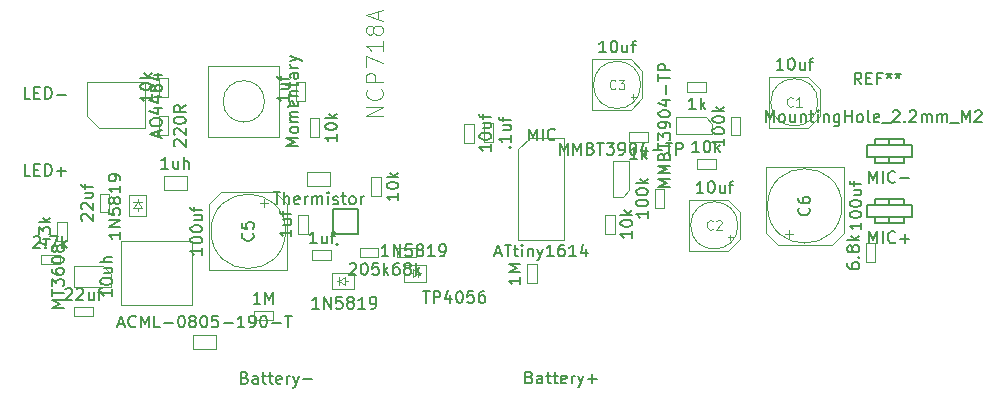
<source format=gbr>
G04 #@! TF.GenerationSoftware,KiCad,Pcbnew,(5.1.4)-1*
G04 #@! TF.CreationDate,2020-07-19T23:59:32-07:00*
G04 #@! TF.ProjectId,Main Board,4d61696e-2042-46f6-9172-642e6b696361,rev?*
G04 #@! TF.SameCoordinates,Original*
G04 #@! TF.FileFunction,Other,Fab,Top*
%FSLAX46Y46*%
G04 Gerber Fmt 4.6, Leading zero omitted, Abs format (unit mm)*
G04 Created by KiCad (PCBNEW (5.1.4)-1) date 2020-07-19 23:59:32*
%MOMM*%
%LPD*%
G04 APERTURE LIST*
%ADD10C,0.200000*%
%ADD11C,0.127000*%
%ADD12C,0.100000*%
%ADD13C,0.150000*%
%ADD14C,0.015000*%
%ADD15C,0.120000*%
G04 APERTURE END LIST*
D10*
X136390000Y-101680000D02*
G75*
G03X136390000Y-101680000I-100000J0D01*
G01*
D11*
X138040000Y-100830000D02*
X135940000Y-100830000D01*
X138040000Y-98730000D02*
X138040000Y-100830000D01*
X135940000Y-98730000D02*
X138040000Y-98730000D01*
X135940000Y-100830000D02*
X135940000Y-98730000D01*
D12*
X118000000Y-106850000D02*
X124000000Y-106850000D01*
X117990000Y-101380000D02*
X118000000Y-106850000D01*
X123990000Y-101380000D02*
X117990000Y-101380000D01*
X123990000Y-101380000D02*
X124000000Y-106850000D01*
X174235000Y-100819838D02*
X174865000Y-100819838D01*
X174550000Y-101134838D02*
X174550000Y-100504838D01*
X178180000Y-101730000D02*
X179180000Y-100730000D01*
X173580000Y-101730000D02*
X172580000Y-100730000D01*
X173580000Y-101730000D02*
X178180000Y-101730000D01*
X179180000Y-100730000D02*
X179180000Y-95130000D01*
X172580000Y-100730000D02*
X172580000Y-95130000D01*
X172580000Y-95130000D02*
X179180000Y-95130000D01*
X179030000Y-98430000D02*
G75*
G03X179030000Y-98430000I-3150000J0D01*
G01*
X130415000Y-98190162D02*
X129785000Y-98190162D01*
X130100000Y-97875162D02*
X130100000Y-98505162D01*
X126470000Y-97280000D02*
X125470000Y-98280000D01*
X131070000Y-97280000D02*
X132070000Y-98280000D01*
X131070000Y-97280000D02*
X126470000Y-97280000D01*
X125470000Y-98280000D02*
X125470000Y-103880000D01*
X132070000Y-98280000D02*
X132070000Y-103880000D01*
X132070000Y-103880000D02*
X125470000Y-103880000D01*
X131920000Y-100580000D02*
G75*
G03X131920000Y-100580000I-3150000J0D01*
G01*
X161364773Y-89380000D02*
X161364773Y-88980000D01*
X161564773Y-89180000D02*
X161164773Y-89180000D01*
X162140000Y-87030000D02*
X161140000Y-86030000D01*
X162140000Y-89330000D02*
X161140000Y-90330000D01*
X162140000Y-89330000D02*
X162140000Y-87030000D01*
X161140000Y-86030000D02*
X157840000Y-86030000D01*
X161140000Y-90330000D02*
X157840000Y-90330000D01*
X157840000Y-90330000D02*
X157840000Y-86030000D01*
X161990000Y-88180000D02*
G75*
G03X161990000Y-88180000I-2000000J0D01*
G01*
X169594773Y-101280000D02*
X169594773Y-100880000D01*
X169794773Y-101080000D02*
X169394773Y-101080000D01*
X170370000Y-98930000D02*
X169370000Y-97930000D01*
X170370000Y-101230000D02*
X169370000Y-102230000D01*
X170370000Y-101230000D02*
X170370000Y-98930000D01*
X169370000Y-97930000D02*
X166070000Y-97930000D01*
X169370000Y-102230000D02*
X166070000Y-102230000D01*
X166070000Y-102230000D02*
X166070000Y-97930000D01*
X170220000Y-100080000D02*
G75*
G03X170220000Y-100080000I-2000000J0D01*
G01*
X176374773Y-90860000D02*
X176374773Y-90460000D01*
X176574773Y-90660000D02*
X176174773Y-90660000D01*
X177150000Y-88510000D02*
X176150000Y-87510000D01*
X177150000Y-90810000D02*
X176150000Y-91810000D01*
X177150000Y-90810000D02*
X177150000Y-88510000D01*
X176150000Y-87510000D02*
X172850000Y-87510000D01*
X176150000Y-91810000D02*
X172850000Y-91810000D01*
X172850000Y-91810000D02*
X172850000Y-87510000D01*
X177000000Y-89660000D02*
G75*
G03X177000000Y-89660000I-2000000J0D01*
G01*
X135802500Y-102180000D02*
X135802500Y-102980000D01*
X135802500Y-102980000D02*
X134202500Y-102980000D01*
X134202500Y-102980000D02*
X134202500Y-102180000D01*
X134202500Y-102180000D02*
X135802500Y-102180000D01*
X132790000Y-87980000D02*
X133590000Y-87980000D01*
X133590000Y-87980000D02*
X133590000Y-89580000D01*
X133590000Y-89580000D02*
X132790000Y-89580000D01*
X132790000Y-89580000D02*
X132790000Y-87980000D01*
X141377500Y-102780000D02*
X141377500Y-101980000D01*
X141377500Y-101980000D02*
X142977500Y-101980000D01*
X142977500Y-101980000D02*
X142977500Y-102780000D01*
X142977500Y-102780000D02*
X141377500Y-102780000D01*
X112590000Y-101380000D02*
X112590000Y-99780000D01*
X113390000Y-101380000D02*
X112590000Y-101380000D01*
X113390000Y-99780000D02*
X113390000Y-101380000D01*
X112590000Y-99780000D02*
X113390000Y-99780000D01*
X130882500Y-107290000D02*
X130882500Y-108090000D01*
X130882500Y-108090000D02*
X129282500Y-108090000D01*
X129282500Y-108090000D02*
X129282500Y-107290000D01*
X129282500Y-107290000D02*
X130882500Y-107290000D01*
X116190000Y-98980000D02*
X116190000Y-97380000D01*
X116990000Y-98980000D02*
X116190000Y-98980000D01*
X116990000Y-97380000D02*
X116990000Y-98980000D01*
X116190000Y-97380000D02*
X116990000Y-97380000D01*
X115140000Y-90855000D02*
X115140000Y-87930000D01*
X115140000Y-87930000D02*
X120040000Y-87930000D01*
X120040000Y-87930000D02*
X120040000Y-91830000D01*
X120040000Y-91830000D02*
X116115000Y-91830000D01*
X116115000Y-91830000D02*
X115140000Y-90855000D01*
X138190000Y-102780000D02*
X138190000Y-101980000D01*
X138190000Y-101980000D02*
X139790000Y-101980000D01*
X139790000Y-101980000D02*
X139790000Y-102780000D01*
X139790000Y-102780000D02*
X138190000Y-102780000D01*
X123602500Y-95890000D02*
X123602500Y-97090000D01*
X123602500Y-97090000D02*
X121602500Y-97090000D01*
X121602500Y-97090000D02*
X121602500Y-95890000D01*
X121602500Y-95890000D02*
X123602500Y-95890000D01*
X124052500Y-109320000D02*
X126052500Y-109320000D01*
X124052500Y-110520000D02*
X124052500Y-109320000D01*
X126052500Y-110520000D02*
X124052500Y-110520000D01*
X126052500Y-109320000D02*
X126052500Y-110520000D01*
X143780000Y-104840000D02*
X141980000Y-104840000D01*
X141980000Y-104840000D02*
X141980000Y-103440000D01*
X141980000Y-103440000D02*
X143780000Y-103440000D01*
X143780000Y-103440000D02*
X143780000Y-104840000D01*
X143180000Y-104490000D02*
X143180000Y-103790000D01*
X143180000Y-104140000D02*
X143380000Y-104140000D01*
X143180000Y-104140000D02*
X142680000Y-104490000D01*
X142680000Y-104490000D02*
X142680000Y-103790000D01*
X142680000Y-103790000D02*
X143180000Y-104140000D01*
X142680000Y-104140000D02*
X142430000Y-104140000D01*
X135890000Y-104080000D02*
X137690000Y-104080000D01*
X137690000Y-104080000D02*
X137690000Y-105480000D01*
X137690000Y-105480000D02*
X135890000Y-105480000D01*
X135890000Y-105480000D02*
X135890000Y-104080000D01*
X136490000Y-104430000D02*
X136490000Y-105130000D01*
X136490000Y-104780000D02*
X136290000Y-104780000D01*
X136490000Y-104780000D02*
X136990000Y-104430000D01*
X136990000Y-104430000D02*
X136990000Y-105130000D01*
X136990000Y-105130000D02*
X136490000Y-104780000D01*
X136990000Y-104780000D02*
X137240000Y-104780000D01*
X132990000Y-99180000D02*
X133790000Y-99180000D01*
X133790000Y-99180000D02*
X133790000Y-100780000D01*
X133790000Y-100780000D02*
X132990000Y-100780000D01*
X132990000Y-100780000D02*
X132990000Y-99180000D01*
X116490000Y-103530000D02*
X117140000Y-104180000D01*
X117140000Y-105330000D02*
X117140000Y-104180000D01*
X116490000Y-103530000D02*
X114040000Y-103530000D01*
X114040000Y-105330000D02*
X114040000Y-103530000D01*
X117140000Y-105330000D02*
X114040000Y-105330000D01*
X121990000Y-92430000D02*
X121190000Y-92430000D01*
X121190000Y-92430000D02*
X121190000Y-90830000D01*
X121190000Y-90830000D02*
X121990000Y-90830000D01*
X121990000Y-90830000D02*
X121990000Y-92430000D01*
X125390000Y-92580000D02*
X131390000Y-92580000D01*
X131390000Y-92580000D02*
X131390000Y-86580000D01*
X131390000Y-86580000D02*
X125390000Y-86580000D01*
X125390000Y-86580000D02*
X125390000Y-92580000D01*
X130140714Y-89580000D02*
G75*
G03X130140714Y-89580000I-1750714J0D01*
G01*
X133727500Y-96780000D02*
X133727500Y-95580000D01*
X133727500Y-95580000D02*
X135727500Y-95580000D01*
X135727500Y-95580000D02*
X135727500Y-96780000D01*
X135727500Y-96780000D02*
X133727500Y-96780000D01*
X139990000Y-97567500D02*
X139190000Y-97567500D01*
X139190000Y-97567500D02*
X139190000Y-95967500D01*
X139190000Y-95967500D02*
X139990000Y-95967500D01*
X139990000Y-95967500D02*
X139990000Y-97567500D01*
X134790000Y-92580000D02*
X133990000Y-92580000D01*
X133990000Y-92580000D02*
X133990000Y-90980000D01*
X133990000Y-90980000D02*
X134790000Y-90980000D01*
X134790000Y-90980000D02*
X134790000Y-92580000D01*
X161002500Y-92980000D02*
X161002500Y-92180000D01*
X161002500Y-92180000D02*
X162602500Y-92180000D01*
X162602500Y-92180000D02*
X162602500Y-92980000D01*
X162602500Y-92980000D02*
X161002500Y-92980000D01*
X121190000Y-87580000D02*
X121990000Y-87580000D01*
X121990000Y-87580000D02*
X121990000Y-89180000D01*
X121990000Y-89180000D02*
X121190000Y-89180000D01*
X121190000Y-89180000D02*
X121190000Y-87580000D01*
X152390000Y-103380000D02*
X153190000Y-103380000D01*
X153190000Y-103380000D02*
X153190000Y-104980000D01*
X153190000Y-104980000D02*
X152390000Y-104980000D01*
X152390000Y-104980000D02*
X152390000Y-103380000D01*
X111190000Y-102580000D02*
X112790000Y-102580000D01*
X111190000Y-103380000D02*
X111190000Y-102580000D01*
X112790000Y-103380000D02*
X111190000Y-103380000D01*
X112790000Y-102580000D02*
X112790000Y-103380000D01*
X152615000Y-92655000D02*
X155540000Y-92655000D01*
X155540000Y-92655000D02*
X155540000Y-101305000D01*
X155540000Y-101305000D02*
X151640000Y-101305000D01*
X151640000Y-101305000D02*
X151640000Y-93630000D01*
X151640000Y-93630000D02*
X152615000Y-92655000D01*
D13*
X183040000Y-94280000D02*
X183040000Y-94780000D01*
X183040000Y-92780000D02*
X183040000Y-93280000D01*
X181140000Y-93280000D02*
X184940000Y-93280000D01*
X184940000Y-94280000D02*
X181140000Y-94280000D01*
X184290000Y-92780000D02*
X181790000Y-92780000D01*
X181790000Y-92780000D02*
X181790000Y-93280000D01*
X181790000Y-93280000D02*
X181290000Y-93280000D01*
X181140000Y-93280000D02*
X181140000Y-94280000D01*
X181290000Y-94280000D02*
X181790000Y-94280000D01*
X181790000Y-94280000D02*
X181790000Y-94780000D01*
X181790000Y-94780000D02*
X184290000Y-94780000D01*
X184290000Y-94780000D02*
X184290000Y-94280000D01*
X184290000Y-94280000D02*
X184790000Y-94280000D01*
X184940000Y-94280000D02*
X184940000Y-93280000D01*
X184790000Y-93280000D02*
X184290000Y-93280000D01*
X184290000Y-93280000D02*
X184290000Y-92780000D01*
X183040000Y-99380000D02*
X183040000Y-99880000D01*
X183040000Y-97880000D02*
X183040000Y-98380000D01*
X181140000Y-98380000D02*
X184940000Y-98380000D01*
X184940000Y-99380000D02*
X181140000Y-99380000D01*
X184290000Y-97880000D02*
X181790000Y-97880000D01*
X181790000Y-97880000D02*
X181790000Y-98380000D01*
X181790000Y-98380000D02*
X181290000Y-98380000D01*
X181140000Y-98380000D02*
X181140000Y-99380000D01*
X181290000Y-99380000D02*
X181790000Y-99380000D01*
X181790000Y-99380000D02*
X181790000Y-99880000D01*
X181790000Y-99880000D02*
X184290000Y-99880000D01*
X184290000Y-99880000D02*
X184290000Y-99380000D01*
X184290000Y-99380000D02*
X184790000Y-99380000D01*
X184940000Y-99380000D02*
X184940000Y-98380000D01*
X184790000Y-98380000D02*
X184290000Y-98380000D01*
X184290000Y-98380000D02*
X184290000Y-97880000D01*
D12*
X167552500Y-88780000D02*
X165952500Y-88780000D01*
X167552500Y-87980000D02*
X167552500Y-88780000D01*
X165952500Y-87980000D02*
X167552500Y-87980000D01*
X165952500Y-88780000D02*
X165952500Y-87980000D01*
X119390000Y-98580000D02*
X119390000Y-98830000D01*
X119040000Y-98580000D02*
X119390000Y-98080000D01*
X119740000Y-98580000D02*
X119040000Y-98580000D01*
X119390000Y-98080000D02*
X119740000Y-98580000D01*
X119390000Y-98080000D02*
X119390000Y-97880000D01*
X119740000Y-98080000D02*
X119040000Y-98080000D01*
X118690000Y-97480000D02*
X120090000Y-97480000D01*
X118690000Y-99280000D02*
X118690000Y-97480000D01*
X120090000Y-99280000D02*
X118690000Y-99280000D01*
X120090000Y-97480000D02*
X120090000Y-99280000D01*
X163190000Y-96980000D02*
X163990000Y-96980000D01*
X163990000Y-96980000D02*
X163990000Y-98580000D01*
X163990000Y-98580000D02*
X163190000Y-98580000D01*
X163190000Y-98580000D02*
X163190000Y-96980000D01*
X159790000Y-100767500D02*
X158990000Y-100767500D01*
X158990000Y-100767500D02*
X158990000Y-99167500D01*
X158990000Y-99167500D02*
X159790000Y-99167500D01*
X159790000Y-99167500D02*
X159790000Y-100767500D01*
X113990000Y-106980000D02*
X115590000Y-106980000D01*
X113990000Y-107780000D02*
X113990000Y-106980000D01*
X115590000Y-107780000D02*
X113990000Y-107780000D01*
X115590000Y-106980000D02*
X115590000Y-107780000D01*
X149490000Y-93052000D02*
X148690000Y-93052000D01*
X148690000Y-93052000D02*
X148690000Y-91452000D01*
X148690000Y-91452000D02*
X149490000Y-91452000D01*
X149490000Y-91452000D02*
X149490000Y-93052000D01*
X147850000Y-93067500D02*
X147050000Y-93067500D01*
X147050000Y-93067500D02*
X147050000Y-91467500D01*
X147050000Y-91467500D02*
X147850000Y-91467500D01*
X147850000Y-91467500D02*
X147850000Y-93067500D01*
X166740000Y-94480000D02*
X168340000Y-94480000D01*
X166740000Y-95280000D02*
X166740000Y-94480000D01*
X168340000Y-95280000D02*
X166740000Y-95280000D01*
X168340000Y-94480000D02*
X168340000Y-95280000D01*
X169640000Y-90867500D02*
X170440000Y-90867500D01*
X170440000Y-90867500D02*
X170440000Y-92467500D01*
X170440000Y-92467500D02*
X169640000Y-92467500D01*
X169640000Y-92467500D02*
X169640000Y-90867500D01*
X181060000Y-101572500D02*
X181860000Y-101572500D01*
X181860000Y-101572500D02*
X181860000Y-103172500D01*
X181860000Y-103172500D02*
X181060000Y-103172500D01*
X181060000Y-103172500D02*
X181060000Y-101572500D01*
X167490000Y-90930000D02*
X165040000Y-90930000D01*
X168060000Y-91480000D02*
X168060000Y-92330000D01*
X167490000Y-90930000D02*
X168060000Y-91480000D01*
X168060000Y-92330000D02*
X165020000Y-92330000D01*
X165020000Y-90930000D02*
X165020000Y-92330000D01*
X161040000Y-97080000D02*
X161040000Y-94630000D01*
X160490000Y-97650000D02*
X159640000Y-97650000D01*
X161040000Y-97080000D02*
X160490000Y-97650000D01*
X159640000Y-97650000D02*
X159640000Y-94610000D01*
X161040000Y-94610000D02*
X159640000Y-94610000D01*
D13*
X143549523Y-105632380D02*
X144120952Y-105632380D01*
X143835238Y-106632380D02*
X143835238Y-105632380D01*
X144454285Y-106632380D02*
X144454285Y-105632380D01*
X144835238Y-105632380D01*
X144930476Y-105680000D01*
X144978095Y-105727619D01*
X145025714Y-105822857D01*
X145025714Y-105965714D01*
X144978095Y-106060952D01*
X144930476Y-106108571D01*
X144835238Y-106156190D01*
X144454285Y-106156190D01*
X145882857Y-105965714D02*
X145882857Y-106632380D01*
X145644761Y-105584761D02*
X145406666Y-106299047D01*
X146025714Y-106299047D01*
X146597142Y-105632380D02*
X146692380Y-105632380D01*
X146787619Y-105680000D01*
X146835238Y-105727619D01*
X146882857Y-105822857D01*
X146930476Y-106013333D01*
X146930476Y-106251428D01*
X146882857Y-106441904D01*
X146835238Y-106537142D01*
X146787619Y-106584761D01*
X146692380Y-106632380D01*
X146597142Y-106632380D01*
X146501904Y-106584761D01*
X146454285Y-106537142D01*
X146406666Y-106441904D01*
X146359047Y-106251428D01*
X146359047Y-106013333D01*
X146406666Y-105822857D01*
X146454285Y-105727619D01*
X146501904Y-105680000D01*
X146597142Y-105632380D01*
X147835238Y-105632380D02*
X147359047Y-105632380D01*
X147311428Y-106108571D01*
X147359047Y-106060952D01*
X147454285Y-106013333D01*
X147692380Y-106013333D01*
X147787619Y-106060952D01*
X147835238Y-106108571D01*
X147882857Y-106203809D01*
X147882857Y-106441904D01*
X147835238Y-106537142D01*
X147787619Y-106584761D01*
X147692380Y-106632380D01*
X147454285Y-106632380D01*
X147359047Y-106584761D01*
X147311428Y-106537142D01*
X148740000Y-105632380D02*
X148549523Y-105632380D01*
X148454285Y-105680000D01*
X148406666Y-105727619D01*
X148311428Y-105870476D01*
X148263809Y-106060952D01*
X148263809Y-106441904D01*
X148311428Y-106537142D01*
X148359047Y-106584761D01*
X148454285Y-106632380D01*
X148644761Y-106632380D01*
X148740000Y-106584761D01*
X148787619Y-106537142D01*
X148835238Y-106441904D01*
X148835238Y-106203809D01*
X148787619Y-106108571D01*
X148740000Y-106060952D01*
X148644761Y-106013333D01*
X148454285Y-106013333D01*
X148359047Y-106060952D01*
X148311428Y-106108571D01*
X148263809Y-106203809D01*
D14*
X140166507Y-90836056D02*
X138765105Y-90836056D01*
X140166507Y-90035255D01*
X138765105Y-90035255D01*
X140033040Y-88567119D02*
X140099774Y-88633853D01*
X140166507Y-88834053D01*
X140166507Y-88967520D01*
X140099774Y-89167720D01*
X139966307Y-89301187D01*
X139832840Y-89367920D01*
X139565906Y-89434654D01*
X139365706Y-89434654D01*
X139098772Y-89367920D01*
X138965305Y-89301187D01*
X138831839Y-89167720D01*
X138765105Y-88967520D01*
X138765105Y-88834053D01*
X138831839Y-88633853D01*
X138898572Y-88567119D01*
X140166507Y-87966518D02*
X138765105Y-87966518D01*
X138765105Y-87432651D01*
X138831839Y-87299184D01*
X138898572Y-87232451D01*
X139032039Y-87165717D01*
X139232239Y-87165717D01*
X139365706Y-87232451D01*
X139432439Y-87299184D01*
X139499173Y-87432651D01*
X139499173Y-87966518D01*
X138765105Y-86698583D02*
X138765105Y-85764315D01*
X140166507Y-86364916D01*
X140166507Y-84496380D02*
X140166507Y-85297181D01*
X140166507Y-84896781D02*
X138765105Y-84896781D01*
X138965305Y-85030248D01*
X139098772Y-85163714D01*
X139165506Y-85297181D01*
X139365706Y-83695579D02*
X139298973Y-83829046D01*
X139232239Y-83895779D01*
X139098772Y-83962513D01*
X139032039Y-83962513D01*
X138898572Y-83895779D01*
X138831839Y-83829046D01*
X138765105Y-83695579D01*
X138765105Y-83428645D01*
X138831839Y-83295178D01*
X138898572Y-83228445D01*
X139032039Y-83161712D01*
X139098772Y-83161712D01*
X139232239Y-83228445D01*
X139298973Y-83295178D01*
X139365706Y-83428645D01*
X139365706Y-83695579D01*
X139432439Y-83829046D01*
X139499173Y-83895779D01*
X139632640Y-83962513D01*
X139899573Y-83962513D01*
X140033040Y-83895779D01*
X140099774Y-83829046D01*
X140166507Y-83695579D01*
X140166507Y-83428645D01*
X140099774Y-83295178D01*
X140033040Y-83228445D01*
X139899573Y-83161712D01*
X139632640Y-83161712D01*
X139499173Y-83228445D01*
X139432439Y-83295178D01*
X139365706Y-83428645D01*
X139766107Y-82627844D02*
X139766107Y-81960510D01*
X140166507Y-82761311D02*
X138765105Y-82294177D01*
X140166507Y-81827043D01*
D13*
X117242380Y-105475238D02*
X117242380Y-106046666D01*
X117242380Y-105760952D02*
X116242380Y-105760952D01*
X116385238Y-105856190D01*
X116480476Y-105951428D01*
X116528095Y-106046666D01*
X116242380Y-104856190D02*
X116242380Y-104760952D01*
X116290000Y-104665714D01*
X116337619Y-104618095D01*
X116432857Y-104570476D01*
X116623333Y-104522857D01*
X116861428Y-104522857D01*
X117051904Y-104570476D01*
X117147142Y-104618095D01*
X117194761Y-104665714D01*
X117242380Y-104760952D01*
X117242380Y-104856190D01*
X117194761Y-104951428D01*
X117147142Y-104999047D01*
X117051904Y-105046666D01*
X116861428Y-105094285D01*
X116623333Y-105094285D01*
X116432857Y-105046666D01*
X116337619Y-104999047D01*
X116290000Y-104951428D01*
X116242380Y-104856190D01*
X116575714Y-103665714D02*
X117242380Y-103665714D01*
X116575714Y-104094285D02*
X117099523Y-104094285D01*
X117194761Y-104046666D01*
X117242380Y-103951428D01*
X117242380Y-103808571D01*
X117194761Y-103713333D01*
X117147142Y-103665714D01*
X117242380Y-103189523D02*
X116242380Y-103189523D01*
X117242380Y-102760952D02*
X116718571Y-102760952D01*
X116623333Y-102808571D01*
X116575714Y-102903809D01*
X116575714Y-103046666D01*
X116623333Y-103141904D01*
X116670952Y-103189523D01*
X180682380Y-99834761D02*
X180682380Y-100406190D01*
X180682380Y-100120476D02*
X179682380Y-100120476D01*
X179825238Y-100215714D01*
X179920476Y-100310952D01*
X179968095Y-100406190D01*
X179682380Y-99215714D02*
X179682380Y-99120476D01*
X179730000Y-99025238D01*
X179777619Y-98977619D01*
X179872857Y-98930000D01*
X180063333Y-98882380D01*
X180301428Y-98882380D01*
X180491904Y-98930000D01*
X180587142Y-98977619D01*
X180634761Y-99025238D01*
X180682380Y-99120476D01*
X180682380Y-99215714D01*
X180634761Y-99310952D01*
X180587142Y-99358571D01*
X180491904Y-99406190D01*
X180301428Y-99453809D01*
X180063333Y-99453809D01*
X179872857Y-99406190D01*
X179777619Y-99358571D01*
X179730000Y-99310952D01*
X179682380Y-99215714D01*
X179682380Y-98263333D02*
X179682380Y-98168095D01*
X179730000Y-98072857D01*
X179777619Y-98025238D01*
X179872857Y-97977619D01*
X180063333Y-97930000D01*
X180301428Y-97930000D01*
X180491904Y-97977619D01*
X180587142Y-98025238D01*
X180634761Y-98072857D01*
X180682380Y-98168095D01*
X180682380Y-98263333D01*
X180634761Y-98358571D01*
X180587142Y-98406190D01*
X180491904Y-98453809D01*
X180301428Y-98501428D01*
X180063333Y-98501428D01*
X179872857Y-98453809D01*
X179777619Y-98406190D01*
X179730000Y-98358571D01*
X179682380Y-98263333D01*
X180015714Y-97072857D02*
X180682380Y-97072857D01*
X180015714Y-97501428D02*
X180539523Y-97501428D01*
X180634761Y-97453809D01*
X180682380Y-97358571D01*
X180682380Y-97215714D01*
X180634761Y-97120476D01*
X180587142Y-97072857D01*
X180015714Y-96739523D02*
X180015714Y-96358571D01*
X180682380Y-96596666D02*
X179825238Y-96596666D01*
X179730000Y-96549047D01*
X179682380Y-96453809D01*
X179682380Y-96358571D01*
X176237142Y-98596666D02*
X176284761Y-98644285D01*
X176332380Y-98787142D01*
X176332380Y-98882380D01*
X176284761Y-99025238D01*
X176189523Y-99120476D01*
X176094285Y-99168095D01*
X175903809Y-99215714D01*
X175760952Y-99215714D01*
X175570476Y-99168095D01*
X175475238Y-99120476D01*
X175380000Y-99025238D01*
X175332380Y-98882380D01*
X175332380Y-98787142D01*
X175380000Y-98644285D01*
X175427619Y-98596666D01*
X175332380Y-97739523D02*
X175332380Y-97930000D01*
X175380000Y-98025238D01*
X175427619Y-98072857D01*
X175570476Y-98168095D01*
X175760952Y-98215714D01*
X176141904Y-98215714D01*
X176237142Y-98168095D01*
X176284761Y-98120476D01*
X176332380Y-98025238D01*
X176332380Y-97834761D01*
X176284761Y-97739523D01*
X176237142Y-97691904D01*
X176141904Y-97644285D01*
X175903809Y-97644285D01*
X175808571Y-97691904D01*
X175760952Y-97739523D01*
X175713333Y-97834761D01*
X175713333Y-98025238D01*
X175760952Y-98120476D01*
X175808571Y-98168095D01*
X175903809Y-98215714D01*
X124872380Y-101984761D02*
X124872380Y-102556190D01*
X124872380Y-102270476D02*
X123872380Y-102270476D01*
X124015238Y-102365714D01*
X124110476Y-102460952D01*
X124158095Y-102556190D01*
X123872380Y-101365714D02*
X123872380Y-101270476D01*
X123920000Y-101175238D01*
X123967619Y-101127619D01*
X124062857Y-101080000D01*
X124253333Y-101032380D01*
X124491428Y-101032380D01*
X124681904Y-101080000D01*
X124777142Y-101127619D01*
X124824761Y-101175238D01*
X124872380Y-101270476D01*
X124872380Y-101365714D01*
X124824761Y-101460952D01*
X124777142Y-101508571D01*
X124681904Y-101556190D01*
X124491428Y-101603809D01*
X124253333Y-101603809D01*
X124062857Y-101556190D01*
X123967619Y-101508571D01*
X123920000Y-101460952D01*
X123872380Y-101365714D01*
X123872380Y-100413333D02*
X123872380Y-100318095D01*
X123920000Y-100222857D01*
X123967619Y-100175238D01*
X124062857Y-100127619D01*
X124253333Y-100080000D01*
X124491428Y-100080000D01*
X124681904Y-100127619D01*
X124777142Y-100175238D01*
X124824761Y-100222857D01*
X124872380Y-100318095D01*
X124872380Y-100413333D01*
X124824761Y-100508571D01*
X124777142Y-100556190D01*
X124681904Y-100603809D01*
X124491428Y-100651428D01*
X124253333Y-100651428D01*
X124062857Y-100603809D01*
X123967619Y-100556190D01*
X123920000Y-100508571D01*
X123872380Y-100413333D01*
X124205714Y-99222857D02*
X124872380Y-99222857D01*
X124205714Y-99651428D02*
X124729523Y-99651428D01*
X124824761Y-99603809D01*
X124872380Y-99508571D01*
X124872380Y-99365714D01*
X124824761Y-99270476D01*
X124777142Y-99222857D01*
X124205714Y-98889523D02*
X124205714Y-98508571D01*
X124872380Y-98746666D02*
X124015238Y-98746666D01*
X123920000Y-98699047D01*
X123872380Y-98603809D01*
X123872380Y-98508571D01*
X129127142Y-100746666D02*
X129174761Y-100794285D01*
X129222380Y-100937142D01*
X129222380Y-101032380D01*
X129174761Y-101175238D01*
X129079523Y-101270476D01*
X128984285Y-101318095D01*
X128793809Y-101365714D01*
X128650952Y-101365714D01*
X128460476Y-101318095D01*
X128365238Y-101270476D01*
X128270000Y-101175238D01*
X128222380Y-101032380D01*
X128222380Y-100937142D01*
X128270000Y-100794285D01*
X128317619Y-100746666D01*
X128222380Y-99841904D02*
X128222380Y-100318095D01*
X128698571Y-100365714D01*
X128650952Y-100318095D01*
X128603333Y-100222857D01*
X128603333Y-99984761D01*
X128650952Y-99889523D01*
X128698571Y-99841904D01*
X128793809Y-99794285D01*
X129031904Y-99794285D01*
X129127142Y-99841904D01*
X129174761Y-99889523D01*
X129222380Y-99984761D01*
X129222380Y-100222857D01*
X129174761Y-100318095D01*
X129127142Y-100365714D01*
X159061428Y-85432380D02*
X158490000Y-85432380D01*
X158775714Y-85432380D02*
X158775714Y-84432380D01*
X158680476Y-84575238D01*
X158585238Y-84670476D01*
X158490000Y-84718095D01*
X159680476Y-84432380D02*
X159775714Y-84432380D01*
X159870952Y-84480000D01*
X159918571Y-84527619D01*
X159966190Y-84622857D01*
X160013809Y-84813333D01*
X160013809Y-85051428D01*
X159966190Y-85241904D01*
X159918571Y-85337142D01*
X159870952Y-85384761D01*
X159775714Y-85432380D01*
X159680476Y-85432380D01*
X159585238Y-85384761D01*
X159537619Y-85337142D01*
X159490000Y-85241904D01*
X159442380Y-85051428D01*
X159442380Y-84813333D01*
X159490000Y-84622857D01*
X159537619Y-84527619D01*
X159585238Y-84480000D01*
X159680476Y-84432380D01*
X160870952Y-84765714D02*
X160870952Y-85432380D01*
X160442380Y-84765714D02*
X160442380Y-85289523D01*
X160490000Y-85384761D01*
X160585238Y-85432380D01*
X160728095Y-85432380D01*
X160823333Y-85384761D01*
X160870952Y-85337142D01*
X161204285Y-84765714D02*
X161585238Y-84765714D01*
X161347142Y-85432380D02*
X161347142Y-84575238D01*
X161394761Y-84480000D01*
X161490000Y-84432380D01*
X161585238Y-84432380D01*
D15*
X159856666Y-88465714D02*
X159818571Y-88503809D01*
X159704285Y-88541904D01*
X159628095Y-88541904D01*
X159513809Y-88503809D01*
X159437619Y-88427619D01*
X159399523Y-88351428D01*
X159361428Y-88199047D01*
X159361428Y-88084761D01*
X159399523Y-87932380D01*
X159437619Y-87856190D01*
X159513809Y-87780000D01*
X159628095Y-87741904D01*
X159704285Y-87741904D01*
X159818571Y-87780000D01*
X159856666Y-87818095D01*
X160123333Y-87741904D02*
X160618571Y-87741904D01*
X160351904Y-88046666D01*
X160466190Y-88046666D01*
X160542380Y-88084761D01*
X160580476Y-88122857D01*
X160618571Y-88199047D01*
X160618571Y-88389523D01*
X160580476Y-88465714D01*
X160542380Y-88503809D01*
X160466190Y-88541904D01*
X160237619Y-88541904D01*
X160161428Y-88503809D01*
X160123333Y-88465714D01*
D13*
X167291428Y-97332380D02*
X166720000Y-97332380D01*
X167005714Y-97332380D02*
X167005714Y-96332380D01*
X166910476Y-96475238D01*
X166815238Y-96570476D01*
X166720000Y-96618095D01*
X167910476Y-96332380D02*
X168005714Y-96332380D01*
X168100952Y-96380000D01*
X168148571Y-96427619D01*
X168196190Y-96522857D01*
X168243809Y-96713333D01*
X168243809Y-96951428D01*
X168196190Y-97141904D01*
X168148571Y-97237142D01*
X168100952Y-97284761D01*
X168005714Y-97332380D01*
X167910476Y-97332380D01*
X167815238Y-97284761D01*
X167767619Y-97237142D01*
X167720000Y-97141904D01*
X167672380Y-96951428D01*
X167672380Y-96713333D01*
X167720000Y-96522857D01*
X167767619Y-96427619D01*
X167815238Y-96380000D01*
X167910476Y-96332380D01*
X169100952Y-96665714D02*
X169100952Y-97332380D01*
X168672380Y-96665714D02*
X168672380Y-97189523D01*
X168720000Y-97284761D01*
X168815238Y-97332380D01*
X168958095Y-97332380D01*
X169053333Y-97284761D01*
X169100952Y-97237142D01*
X169434285Y-96665714D02*
X169815238Y-96665714D01*
X169577142Y-97332380D02*
X169577142Y-96475238D01*
X169624761Y-96380000D01*
X169720000Y-96332380D01*
X169815238Y-96332380D01*
D15*
X168086666Y-100365714D02*
X168048571Y-100403809D01*
X167934285Y-100441904D01*
X167858095Y-100441904D01*
X167743809Y-100403809D01*
X167667619Y-100327619D01*
X167629523Y-100251428D01*
X167591428Y-100099047D01*
X167591428Y-99984761D01*
X167629523Y-99832380D01*
X167667619Y-99756190D01*
X167743809Y-99680000D01*
X167858095Y-99641904D01*
X167934285Y-99641904D01*
X168048571Y-99680000D01*
X168086666Y-99718095D01*
X168391428Y-99718095D02*
X168429523Y-99680000D01*
X168505714Y-99641904D01*
X168696190Y-99641904D01*
X168772380Y-99680000D01*
X168810476Y-99718095D01*
X168848571Y-99794285D01*
X168848571Y-99870476D01*
X168810476Y-99984761D01*
X168353333Y-100441904D01*
X168848571Y-100441904D01*
D13*
X174071428Y-86912380D02*
X173500000Y-86912380D01*
X173785714Y-86912380D02*
X173785714Y-85912380D01*
X173690476Y-86055238D01*
X173595238Y-86150476D01*
X173500000Y-86198095D01*
X174690476Y-85912380D02*
X174785714Y-85912380D01*
X174880952Y-85960000D01*
X174928571Y-86007619D01*
X174976190Y-86102857D01*
X175023809Y-86293333D01*
X175023809Y-86531428D01*
X174976190Y-86721904D01*
X174928571Y-86817142D01*
X174880952Y-86864761D01*
X174785714Y-86912380D01*
X174690476Y-86912380D01*
X174595238Y-86864761D01*
X174547619Y-86817142D01*
X174500000Y-86721904D01*
X174452380Y-86531428D01*
X174452380Y-86293333D01*
X174500000Y-86102857D01*
X174547619Y-86007619D01*
X174595238Y-85960000D01*
X174690476Y-85912380D01*
X175880952Y-86245714D02*
X175880952Y-86912380D01*
X175452380Y-86245714D02*
X175452380Y-86769523D01*
X175500000Y-86864761D01*
X175595238Y-86912380D01*
X175738095Y-86912380D01*
X175833333Y-86864761D01*
X175880952Y-86817142D01*
X176214285Y-86245714D02*
X176595238Y-86245714D01*
X176357142Y-86912380D02*
X176357142Y-86055238D01*
X176404761Y-85960000D01*
X176500000Y-85912380D01*
X176595238Y-85912380D01*
D15*
X174866666Y-89945714D02*
X174828571Y-89983809D01*
X174714285Y-90021904D01*
X174638095Y-90021904D01*
X174523809Y-89983809D01*
X174447619Y-89907619D01*
X174409523Y-89831428D01*
X174371428Y-89679047D01*
X174371428Y-89564761D01*
X174409523Y-89412380D01*
X174447619Y-89336190D01*
X174523809Y-89260000D01*
X174638095Y-89221904D01*
X174714285Y-89221904D01*
X174828571Y-89260000D01*
X174866666Y-89298095D01*
X175628571Y-90021904D02*
X175171428Y-90021904D01*
X175400000Y-90021904D02*
X175400000Y-89221904D01*
X175323809Y-89336190D01*
X175247619Y-89412380D01*
X175171428Y-89450476D01*
D13*
X172580952Y-91342380D02*
X172580952Y-90342380D01*
X172914285Y-91056666D01*
X173247619Y-90342380D01*
X173247619Y-91342380D01*
X173866666Y-91342380D02*
X173771428Y-91294761D01*
X173723809Y-91247142D01*
X173676190Y-91151904D01*
X173676190Y-90866190D01*
X173723809Y-90770952D01*
X173771428Y-90723333D01*
X173866666Y-90675714D01*
X174009523Y-90675714D01*
X174104761Y-90723333D01*
X174152380Y-90770952D01*
X174200000Y-90866190D01*
X174200000Y-91151904D01*
X174152380Y-91247142D01*
X174104761Y-91294761D01*
X174009523Y-91342380D01*
X173866666Y-91342380D01*
X175057142Y-90675714D02*
X175057142Y-91342380D01*
X174628571Y-90675714D02*
X174628571Y-91199523D01*
X174676190Y-91294761D01*
X174771428Y-91342380D01*
X174914285Y-91342380D01*
X175009523Y-91294761D01*
X175057142Y-91247142D01*
X175533333Y-90675714D02*
X175533333Y-91342380D01*
X175533333Y-90770952D02*
X175580952Y-90723333D01*
X175676190Y-90675714D01*
X175819047Y-90675714D01*
X175914285Y-90723333D01*
X175961904Y-90818571D01*
X175961904Y-91342380D01*
X176295238Y-90675714D02*
X176676190Y-90675714D01*
X176438095Y-90342380D02*
X176438095Y-91199523D01*
X176485714Y-91294761D01*
X176580952Y-91342380D01*
X176676190Y-91342380D01*
X177009523Y-91342380D02*
X177009523Y-90675714D01*
X177009523Y-90342380D02*
X176961904Y-90390000D01*
X177009523Y-90437619D01*
X177057142Y-90390000D01*
X177009523Y-90342380D01*
X177009523Y-90437619D01*
X177485714Y-90675714D02*
X177485714Y-91342380D01*
X177485714Y-90770952D02*
X177533333Y-90723333D01*
X177628571Y-90675714D01*
X177771428Y-90675714D01*
X177866666Y-90723333D01*
X177914285Y-90818571D01*
X177914285Y-91342380D01*
X178819047Y-90675714D02*
X178819047Y-91485238D01*
X178771428Y-91580476D01*
X178723809Y-91628095D01*
X178628571Y-91675714D01*
X178485714Y-91675714D01*
X178390476Y-91628095D01*
X178819047Y-91294761D02*
X178723809Y-91342380D01*
X178533333Y-91342380D01*
X178438095Y-91294761D01*
X178390476Y-91247142D01*
X178342857Y-91151904D01*
X178342857Y-90866190D01*
X178390476Y-90770952D01*
X178438095Y-90723333D01*
X178533333Y-90675714D01*
X178723809Y-90675714D01*
X178819047Y-90723333D01*
X179295238Y-91342380D02*
X179295238Y-90342380D01*
X179295238Y-90818571D02*
X179866666Y-90818571D01*
X179866666Y-91342380D02*
X179866666Y-90342380D01*
X180485714Y-91342380D02*
X180390476Y-91294761D01*
X180342857Y-91247142D01*
X180295238Y-91151904D01*
X180295238Y-90866190D01*
X180342857Y-90770952D01*
X180390476Y-90723333D01*
X180485714Y-90675714D01*
X180628571Y-90675714D01*
X180723809Y-90723333D01*
X180771428Y-90770952D01*
X180819047Y-90866190D01*
X180819047Y-91151904D01*
X180771428Y-91247142D01*
X180723809Y-91294761D01*
X180628571Y-91342380D01*
X180485714Y-91342380D01*
X181390476Y-91342380D02*
X181295238Y-91294761D01*
X181247619Y-91199523D01*
X181247619Y-90342380D01*
X182152380Y-91294761D02*
X182057142Y-91342380D01*
X181866666Y-91342380D01*
X181771428Y-91294761D01*
X181723809Y-91199523D01*
X181723809Y-90818571D01*
X181771428Y-90723333D01*
X181866666Y-90675714D01*
X182057142Y-90675714D01*
X182152380Y-90723333D01*
X182200000Y-90818571D01*
X182200000Y-90913809D01*
X181723809Y-91009047D01*
X182390476Y-91437619D02*
X183152380Y-91437619D01*
X183342857Y-90437619D02*
X183390476Y-90390000D01*
X183485714Y-90342380D01*
X183723809Y-90342380D01*
X183819047Y-90390000D01*
X183866666Y-90437619D01*
X183914285Y-90532857D01*
X183914285Y-90628095D01*
X183866666Y-90770952D01*
X183295238Y-91342380D01*
X183914285Y-91342380D01*
X184342857Y-91247142D02*
X184390476Y-91294761D01*
X184342857Y-91342380D01*
X184295238Y-91294761D01*
X184342857Y-91247142D01*
X184342857Y-91342380D01*
X184771428Y-90437619D02*
X184819047Y-90390000D01*
X184914285Y-90342380D01*
X185152380Y-90342380D01*
X185247619Y-90390000D01*
X185295238Y-90437619D01*
X185342857Y-90532857D01*
X185342857Y-90628095D01*
X185295238Y-90770952D01*
X184723809Y-91342380D01*
X185342857Y-91342380D01*
X185771428Y-91342380D02*
X185771428Y-90675714D01*
X185771428Y-90770952D02*
X185819047Y-90723333D01*
X185914285Y-90675714D01*
X186057142Y-90675714D01*
X186152380Y-90723333D01*
X186200000Y-90818571D01*
X186200000Y-91342380D01*
X186200000Y-90818571D02*
X186247619Y-90723333D01*
X186342857Y-90675714D01*
X186485714Y-90675714D01*
X186580952Y-90723333D01*
X186628571Y-90818571D01*
X186628571Y-91342380D01*
X187104761Y-91342380D02*
X187104761Y-90675714D01*
X187104761Y-90770952D02*
X187152380Y-90723333D01*
X187247619Y-90675714D01*
X187390476Y-90675714D01*
X187485714Y-90723333D01*
X187533333Y-90818571D01*
X187533333Y-91342380D01*
X187533333Y-90818571D02*
X187580952Y-90723333D01*
X187676190Y-90675714D01*
X187819047Y-90675714D01*
X187914285Y-90723333D01*
X187961904Y-90818571D01*
X187961904Y-91342380D01*
X188200000Y-91437619D02*
X188961904Y-91437619D01*
X189200000Y-91342380D02*
X189200000Y-90342380D01*
X189533333Y-91056666D01*
X189866666Y-90342380D01*
X189866666Y-91342380D01*
X190295238Y-90437619D02*
X190342857Y-90390000D01*
X190438095Y-90342380D01*
X190676190Y-90342380D01*
X190771428Y-90390000D01*
X190819047Y-90437619D01*
X190866666Y-90532857D01*
X190866666Y-90628095D01*
X190819047Y-90770952D01*
X190247619Y-91342380D01*
X190866666Y-91342380D01*
X180666666Y-88142380D02*
X180333333Y-87666190D01*
X180095238Y-88142380D02*
X180095238Y-87142380D01*
X180476190Y-87142380D01*
X180571428Y-87190000D01*
X180619047Y-87237619D01*
X180666666Y-87332857D01*
X180666666Y-87475714D01*
X180619047Y-87570952D01*
X180571428Y-87618571D01*
X180476190Y-87666190D01*
X180095238Y-87666190D01*
X181095238Y-87618571D02*
X181428571Y-87618571D01*
X181571428Y-88142380D02*
X181095238Y-88142380D01*
X181095238Y-87142380D01*
X181571428Y-87142380D01*
X182333333Y-87618571D02*
X182000000Y-87618571D01*
X182000000Y-88142380D02*
X182000000Y-87142380D01*
X182476190Y-87142380D01*
X183000000Y-87142380D02*
X183000000Y-87380476D01*
X182761904Y-87285238D02*
X183000000Y-87380476D01*
X183238095Y-87285238D01*
X182857142Y-87570952D02*
X183000000Y-87380476D01*
X183142857Y-87570952D01*
X183761904Y-87142380D02*
X183761904Y-87380476D01*
X183523809Y-87285238D02*
X183761904Y-87380476D01*
X184000000Y-87285238D01*
X183619047Y-87570952D02*
X183761904Y-87380476D01*
X183904761Y-87570952D01*
X134550119Y-101602380D02*
X133978690Y-101602380D01*
X134264404Y-101602380D02*
X134264404Y-100602380D01*
X134169166Y-100745238D01*
X134073928Y-100840476D01*
X133978690Y-100888095D01*
X135407261Y-100935714D02*
X135407261Y-101602380D01*
X134978690Y-100935714D02*
X134978690Y-101459523D01*
X135026309Y-101554761D01*
X135121547Y-101602380D01*
X135264404Y-101602380D01*
X135359642Y-101554761D01*
X135407261Y-101507142D01*
X135740595Y-100935714D02*
X136121547Y-100935714D01*
X135883452Y-101602380D02*
X135883452Y-100745238D01*
X135931071Y-100650000D01*
X136026309Y-100602380D01*
X136121547Y-100602380D01*
X132117142Y-89994285D02*
X132164761Y-89946666D01*
X132212380Y-89994285D01*
X132164761Y-90041904D01*
X132117142Y-89994285D01*
X132212380Y-89994285D01*
X132212380Y-88994285D02*
X132212380Y-89565714D01*
X132212380Y-89280000D02*
X131212380Y-89280000D01*
X131355238Y-89375238D01*
X131450476Y-89470476D01*
X131498095Y-89565714D01*
X131545714Y-88137142D02*
X132212380Y-88137142D01*
X131545714Y-88565714D02*
X132069523Y-88565714D01*
X132164761Y-88518095D01*
X132212380Y-88422857D01*
X132212380Y-88280000D01*
X132164761Y-88184761D01*
X132117142Y-88137142D01*
X131545714Y-87803809D02*
X131545714Y-87422857D01*
X132212380Y-87660952D02*
X131355238Y-87660952D01*
X131260000Y-87613333D01*
X131212380Y-87518095D01*
X131212380Y-87422857D01*
X128469523Y-112958571D02*
X128612380Y-113006190D01*
X128660000Y-113053809D01*
X128707619Y-113149047D01*
X128707619Y-113291904D01*
X128660000Y-113387142D01*
X128612380Y-113434761D01*
X128517142Y-113482380D01*
X128136190Y-113482380D01*
X128136190Y-112482380D01*
X128469523Y-112482380D01*
X128564761Y-112530000D01*
X128612380Y-112577619D01*
X128660000Y-112672857D01*
X128660000Y-112768095D01*
X128612380Y-112863333D01*
X128564761Y-112910952D01*
X128469523Y-112958571D01*
X128136190Y-112958571D01*
X129564761Y-113482380D02*
X129564761Y-112958571D01*
X129517142Y-112863333D01*
X129421904Y-112815714D01*
X129231428Y-112815714D01*
X129136190Y-112863333D01*
X129564761Y-113434761D02*
X129469523Y-113482380D01*
X129231428Y-113482380D01*
X129136190Y-113434761D01*
X129088571Y-113339523D01*
X129088571Y-113244285D01*
X129136190Y-113149047D01*
X129231428Y-113101428D01*
X129469523Y-113101428D01*
X129564761Y-113053809D01*
X129898095Y-112815714D02*
X130279047Y-112815714D01*
X130040952Y-112482380D02*
X130040952Y-113339523D01*
X130088571Y-113434761D01*
X130183809Y-113482380D01*
X130279047Y-113482380D01*
X130469523Y-112815714D02*
X130850476Y-112815714D01*
X130612380Y-112482380D02*
X130612380Y-113339523D01*
X130660000Y-113434761D01*
X130755238Y-113482380D01*
X130850476Y-113482380D01*
X131564761Y-113434761D02*
X131469523Y-113482380D01*
X131279047Y-113482380D01*
X131183809Y-113434761D01*
X131136190Y-113339523D01*
X131136190Y-112958571D01*
X131183809Y-112863333D01*
X131279047Y-112815714D01*
X131469523Y-112815714D01*
X131564761Y-112863333D01*
X131612380Y-112958571D01*
X131612380Y-113053809D01*
X131136190Y-113149047D01*
X132040952Y-113482380D02*
X132040952Y-112815714D01*
X132040952Y-113006190D02*
X132088571Y-112910952D01*
X132136190Y-112863333D01*
X132231428Y-112815714D01*
X132326666Y-112815714D01*
X132564761Y-112815714D02*
X132802857Y-113482380D01*
X133040952Y-112815714D02*
X132802857Y-113482380D01*
X132707619Y-113720476D01*
X132660000Y-113768095D01*
X132564761Y-113815714D01*
X133421904Y-113101428D02*
X134183809Y-113101428D01*
X152569523Y-112938571D02*
X152712380Y-112986190D01*
X152760000Y-113033809D01*
X152807619Y-113129047D01*
X152807619Y-113271904D01*
X152760000Y-113367142D01*
X152712380Y-113414761D01*
X152617142Y-113462380D01*
X152236190Y-113462380D01*
X152236190Y-112462380D01*
X152569523Y-112462380D01*
X152664761Y-112510000D01*
X152712380Y-112557619D01*
X152760000Y-112652857D01*
X152760000Y-112748095D01*
X152712380Y-112843333D01*
X152664761Y-112890952D01*
X152569523Y-112938571D01*
X152236190Y-112938571D01*
X153664761Y-113462380D02*
X153664761Y-112938571D01*
X153617142Y-112843333D01*
X153521904Y-112795714D01*
X153331428Y-112795714D01*
X153236190Y-112843333D01*
X153664761Y-113414761D02*
X153569523Y-113462380D01*
X153331428Y-113462380D01*
X153236190Y-113414761D01*
X153188571Y-113319523D01*
X153188571Y-113224285D01*
X153236190Y-113129047D01*
X153331428Y-113081428D01*
X153569523Y-113081428D01*
X153664761Y-113033809D01*
X153998095Y-112795714D02*
X154379047Y-112795714D01*
X154140952Y-112462380D02*
X154140952Y-113319523D01*
X154188571Y-113414761D01*
X154283809Y-113462380D01*
X154379047Y-113462380D01*
X154569523Y-112795714D02*
X154950476Y-112795714D01*
X154712380Y-112462380D02*
X154712380Y-113319523D01*
X154760000Y-113414761D01*
X154855238Y-113462380D01*
X154950476Y-113462380D01*
X155664761Y-113414761D02*
X155569523Y-113462380D01*
X155379047Y-113462380D01*
X155283809Y-113414761D01*
X155236190Y-113319523D01*
X155236190Y-112938571D01*
X155283809Y-112843333D01*
X155379047Y-112795714D01*
X155569523Y-112795714D01*
X155664761Y-112843333D01*
X155712380Y-112938571D01*
X155712380Y-113033809D01*
X155236190Y-113129047D01*
X156140952Y-113462380D02*
X156140952Y-112795714D01*
X156140952Y-112986190D02*
X156188571Y-112890952D01*
X156236190Y-112843333D01*
X156331428Y-112795714D01*
X156426666Y-112795714D01*
X156664761Y-112795714D02*
X156902857Y-113462380D01*
X157140952Y-112795714D02*
X156902857Y-113462380D01*
X156807619Y-113700476D01*
X156760000Y-113748095D01*
X156664761Y-113795714D01*
X157521904Y-113081428D02*
X158283809Y-113081428D01*
X157902857Y-113462380D02*
X157902857Y-112700476D01*
X141487023Y-103262380D02*
X141296547Y-103262380D01*
X141201309Y-103310000D01*
X141153690Y-103357619D01*
X141058452Y-103500476D01*
X141010833Y-103690952D01*
X141010833Y-104071904D01*
X141058452Y-104167142D01*
X141106071Y-104214761D01*
X141201309Y-104262380D01*
X141391785Y-104262380D01*
X141487023Y-104214761D01*
X141534642Y-104167142D01*
X141582261Y-104071904D01*
X141582261Y-103833809D01*
X141534642Y-103738571D01*
X141487023Y-103690952D01*
X141391785Y-103643333D01*
X141201309Y-103643333D01*
X141106071Y-103690952D01*
X141058452Y-103738571D01*
X141010833Y-103833809D01*
X142153690Y-103690952D02*
X142058452Y-103643333D01*
X142010833Y-103595714D01*
X141963214Y-103500476D01*
X141963214Y-103452857D01*
X142010833Y-103357619D01*
X142058452Y-103310000D01*
X142153690Y-103262380D01*
X142344166Y-103262380D01*
X142439404Y-103310000D01*
X142487023Y-103357619D01*
X142534642Y-103452857D01*
X142534642Y-103500476D01*
X142487023Y-103595714D01*
X142439404Y-103643333D01*
X142344166Y-103690952D01*
X142153690Y-103690952D01*
X142058452Y-103738571D01*
X142010833Y-103786190D01*
X141963214Y-103881428D01*
X141963214Y-104071904D01*
X142010833Y-104167142D01*
X142058452Y-104214761D01*
X142153690Y-104262380D01*
X142344166Y-104262380D01*
X142439404Y-104214761D01*
X142487023Y-104167142D01*
X142534642Y-104071904D01*
X142534642Y-103881428D01*
X142487023Y-103786190D01*
X142439404Y-103738571D01*
X142344166Y-103690952D01*
X142963214Y-104262380D02*
X142963214Y-103262380D01*
X143058452Y-103881428D02*
X143344166Y-104262380D01*
X143344166Y-103595714D02*
X142963214Y-103976666D01*
X111345714Y-101270476D02*
X112012380Y-101270476D01*
X110964761Y-101508571D02*
X111679047Y-101746666D01*
X111679047Y-101127619D01*
X111012380Y-100841904D02*
X111012380Y-100222857D01*
X111393333Y-100556190D01*
X111393333Y-100413333D01*
X111440952Y-100318095D01*
X111488571Y-100270476D01*
X111583809Y-100222857D01*
X111821904Y-100222857D01*
X111917142Y-100270476D01*
X111964761Y-100318095D01*
X112012380Y-100413333D01*
X112012380Y-100699047D01*
X111964761Y-100794285D01*
X111917142Y-100841904D01*
X112012380Y-99794285D02*
X111012380Y-99794285D01*
X111631428Y-99699047D02*
X112012380Y-99413333D01*
X111345714Y-99413333D02*
X111726666Y-99794285D01*
X129796785Y-106712380D02*
X129225357Y-106712380D01*
X129511071Y-106712380D02*
X129511071Y-105712380D01*
X129415833Y-105855238D01*
X129320595Y-105950476D01*
X129225357Y-105998095D01*
X130225357Y-106712380D02*
X130225357Y-105712380D01*
X130558690Y-106426666D01*
X130892023Y-105712380D01*
X130892023Y-106712380D01*
X114707619Y-99680000D02*
X114660000Y-99632380D01*
X114612380Y-99537142D01*
X114612380Y-99299047D01*
X114660000Y-99203809D01*
X114707619Y-99156190D01*
X114802857Y-99108571D01*
X114898095Y-99108571D01*
X115040952Y-99156190D01*
X115612380Y-99727619D01*
X115612380Y-99108571D01*
X114707619Y-98727619D02*
X114660000Y-98680000D01*
X114612380Y-98584761D01*
X114612380Y-98346666D01*
X114660000Y-98251428D01*
X114707619Y-98203809D01*
X114802857Y-98156190D01*
X114898095Y-98156190D01*
X115040952Y-98203809D01*
X115612380Y-98775238D01*
X115612380Y-98156190D01*
X114945714Y-97299047D02*
X115612380Y-97299047D01*
X114945714Y-97727619D02*
X115469523Y-97727619D01*
X115564761Y-97680000D01*
X115612380Y-97584761D01*
X115612380Y-97441904D01*
X115564761Y-97346666D01*
X115517142Y-97299047D01*
X114945714Y-96965714D02*
X114945714Y-96584761D01*
X115612380Y-96822857D02*
X114755238Y-96822857D01*
X114660000Y-96775238D01*
X114612380Y-96680000D01*
X114612380Y-96584761D01*
X121156666Y-92546666D02*
X121156666Y-92070476D01*
X121442380Y-92641904D02*
X120442380Y-92308571D01*
X121442380Y-91975238D01*
X120442380Y-91451428D02*
X120442380Y-91260952D01*
X120490000Y-91165714D01*
X120585238Y-91070476D01*
X120775714Y-91022857D01*
X121109047Y-91022857D01*
X121299523Y-91070476D01*
X121394761Y-91165714D01*
X121442380Y-91260952D01*
X121442380Y-91451428D01*
X121394761Y-91546666D01*
X121299523Y-91641904D01*
X121109047Y-91689523D01*
X120775714Y-91689523D01*
X120585238Y-91641904D01*
X120490000Y-91546666D01*
X120442380Y-91451428D01*
X120775714Y-90165714D02*
X121442380Y-90165714D01*
X120394761Y-90403809D02*
X121109047Y-90641904D01*
X121109047Y-90022857D01*
X120775714Y-89213333D02*
X121442380Y-89213333D01*
X120394761Y-89451428D02*
X121109047Y-89689523D01*
X121109047Y-89070476D01*
X120870952Y-88546666D02*
X120823333Y-88641904D01*
X120775714Y-88689523D01*
X120680476Y-88737142D01*
X120632857Y-88737142D01*
X120537619Y-88689523D01*
X120490000Y-88641904D01*
X120442380Y-88546666D01*
X120442380Y-88356190D01*
X120490000Y-88260952D01*
X120537619Y-88213333D01*
X120632857Y-88165714D01*
X120680476Y-88165714D01*
X120775714Y-88213333D01*
X120823333Y-88260952D01*
X120870952Y-88356190D01*
X120870952Y-88546666D01*
X120918571Y-88641904D01*
X120966190Y-88689523D01*
X121061428Y-88737142D01*
X121251904Y-88737142D01*
X121347142Y-88689523D01*
X121394761Y-88641904D01*
X121442380Y-88546666D01*
X121442380Y-88356190D01*
X121394761Y-88260952D01*
X121347142Y-88213333D01*
X121251904Y-88165714D01*
X121061428Y-88165714D01*
X120966190Y-88213333D01*
X120918571Y-88260952D01*
X120870952Y-88356190D01*
X120775714Y-87308571D02*
X121442380Y-87308571D01*
X120394761Y-87546666D02*
X121109047Y-87784761D01*
X121109047Y-87165714D01*
X152537619Y-92882380D02*
X152537619Y-91882380D01*
X152870952Y-92596666D01*
X153204285Y-91882380D01*
X153204285Y-92882380D01*
X153680476Y-92882380D02*
X153680476Y-91882380D01*
X154728095Y-92787142D02*
X154680476Y-92834761D01*
X154537619Y-92882380D01*
X154442380Y-92882380D01*
X154299523Y-92834761D01*
X154204285Y-92739523D01*
X154156666Y-92644285D01*
X154109047Y-92453809D01*
X154109047Y-92310952D01*
X154156666Y-92120476D01*
X154204285Y-92025238D01*
X154299523Y-91930000D01*
X154442380Y-91882380D01*
X154537619Y-91882380D01*
X154680476Y-91930000D01*
X154728095Y-91977619D01*
X137347142Y-103357619D02*
X137394761Y-103310000D01*
X137490000Y-103262380D01*
X137728095Y-103262380D01*
X137823333Y-103310000D01*
X137870952Y-103357619D01*
X137918571Y-103452857D01*
X137918571Y-103548095D01*
X137870952Y-103690952D01*
X137299523Y-104262380D01*
X137918571Y-104262380D01*
X138537619Y-103262380D02*
X138632857Y-103262380D01*
X138728095Y-103310000D01*
X138775714Y-103357619D01*
X138823333Y-103452857D01*
X138870952Y-103643333D01*
X138870952Y-103881428D01*
X138823333Y-104071904D01*
X138775714Y-104167142D01*
X138728095Y-104214761D01*
X138632857Y-104262380D01*
X138537619Y-104262380D01*
X138442380Y-104214761D01*
X138394761Y-104167142D01*
X138347142Y-104071904D01*
X138299523Y-103881428D01*
X138299523Y-103643333D01*
X138347142Y-103452857D01*
X138394761Y-103357619D01*
X138442380Y-103310000D01*
X138537619Y-103262380D01*
X139775714Y-103262380D02*
X139299523Y-103262380D01*
X139251904Y-103738571D01*
X139299523Y-103690952D01*
X139394761Y-103643333D01*
X139632857Y-103643333D01*
X139728095Y-103690952D01*
X139775714Y-103738571D01*
X139823333Y-103833809D01*
X139823333Y-104071904D01*
X139775714Y-104167142D01*
X139728095Y-104214761D01*
X139632857Y-104262380D01*
X139394761Y-104262380D01*
X139299523Y-104214761D01*
X139251904Y-104167142D01*
X140251904Y-104262380D02*
X140251904Y-103262380D01*
X140347142Y-103881428D02*
X140632857Y-104262380D01*
X140632857Y-103595714D02*
X140251904Y-103976666D01*
X121983452Y-95292380D02*
X121412023Y-95292380D01*
X121697738Y-95292380D02*
X121697738Y-94292380D01*
X121602500Y-94435238D01*
X121507261Y-94530476D01*
X121412023Y-94578095D01*
X122840595Y-94625714D02*
X122840595Y-95292380D01*
X122412023Y-94625714D02*
X122412023Y-95149523D01*
X122459642Y-95244761D01*
X122554880Y-95292380D01*
X122697738Y-95292380D01*
X122792976Y-95244761D01*
X122840595Y-95197142D01*
X123316785Y-95292380D02*
X123316785Y-94292380D01*
X123745357Y-95292380D02*
X123745357Y-94768571D01*
X123697738Y-94673333D01*
X123602500Y-94625714D01*
X123459642Y-94625714D01*
X123364404Y-94673333D01*
X123316785Y-94720952D01*
X117766785Y-108436666D02*
X118242976Y-108436666D01*
X117671547Y-108722380D02*
X118004880Y-107722380D01*
X118338214Y-108722380D01*
X119242976Y-108627142D02*
X119195357Y-108674761D01*
X119052500Y-108722380D01*
X118957261Y-108722380D01*
X118814404Y-108674761D01*
X118719166Y-108579523D01*
X118671547Y-108484285D01*
X118623928Y-108293809D01*
X118623928Y-108150952D01*
X118671547Y-107960476D01*
X118719166Y-107865238D01*
X118814404Y-107770000D01*
X118957261Y-107722380D01*
X119052500Y-107722380D01*
X119195357Y-107770000D01*
X119242976Y-107817619D01*
X119671547Y-108722380D02*
X119671547Y-107722380D01*
X120004880Y-108436666D01*
X120338214Y-107722380D01*
X120338214Y-108722380D01*
X121290595Y-108722380D02*
X120814404Y-108722380D01*
X120814404Y-107722380D01*
X121623928Y-108341428D02*
X122385833Y-108341428D01*
X123052500Y-107722380D02*
X123147738Y-107722380D01*
X123242976Y-107770000D01*
X123290595Y-107817619D01*
X123338214Y-107912857D01*
X123385833Y-108103333D01*
X123385833Y-108341428D01*
X123338214Y-108531904D01*
X123290595Y-108627142D01*
X123242976Y-108674761D01*
X123147738Y-108722380D01*
X123052500Y-108722380D01*
X122957261Y-108674761D01*
X122909642Y-108627142D01*
X122862023Y-108531904D01*
X122814404Y-108341428D01*
X122814404Y-108103333D01*
X122862023Y-107912857D01*
X122909642Y-107817619D01*
X122957261Y-107770000D01*
X123052500Y-107722380D01*
X123957261Y-108150952D02*
X123862023Y-108103333D01*
X123814404Y-108055714D01*
X123766785Y-107960476D01*
X123766785Y-107912857D01*
X123814404Y-107817619D01*
X123862023Y-107770000D01*
X123957261Y-107722380D01*
X124147738Y-107722380D01*
X124242976Y-107770000D01*
X124290595Y-107817619D01*
X124338214Y-107912857D01*
X124338214Y-107960476D01*
X124290595Y-108055714D01*
X124242976Y-108103333D01*
X124147738Y-108150952D01*
X123957261Y-108150952D01*
X123862023Y-108198571D01*
X123814404Y-108246190D01*
X123766785Y-108341428D01*
X123766785Y-108531904D01*
X123814404Y-108627142D01*
X123862023Y-108674761D01*
X123957261Y-108722380D01*
X124147738Y-108722380D01*
X124242976Y-108674761D01*
X124290595Y-108627142D01*
X124338214Y-108531904D01*
X124338214Y-108341428D01*
X124290595Y-108246190D01*
X124242976Y-108198571D01*
X124147738Y-108150952D01*
X124957261Y-107722380D02*
X125052500Y-107722380D01*
X125147738Y-107770000D01*
X125195357Y-107817619D01*
X125242976Y-107912857D01*
X125290595Y-108103333D01*
X125290595Y-108341428D01*
X125242976Y-108531904D01*
X125195357Y-108627142D01*
X125147738Y-108674761D01*
X125052500Y-108722380D01*
X124957261Y-108722380D01*
X124862023Y-108674761D01*
X124814404Y-108627142D01*
X124766785Y-108531904D01*
X124719166Y-108341428D01*
X124719166Y-108103333D01*
X124766785Y-107912857D01*
X124814404Y-107817619D01*
X124862023Y-107770000D01*
X124957261Y-107722380D01*
X126195357Y-107722380D02*
X125719166Y-107722380D01*
X125671547Y-108198571D01*
X125719166Y-108150952D01*
X125814404Y-108103333D01*
X126052500Y-108103333D01*
X126147738Y-108150952D01*
X126195357Y-108198571D01*
X126242976Y-108293809D01*
X126242976Y-108531904D01*
X126195357Y-108627142D01*
X126147738Y-108674761D01*
X126052500Y-108722380D01*
X125814404Y-108722380D01*
X125719166Y-108674761D01*
X125671547Y-108627142D01*
X126671547Y-108341428D02*
X127433452Y-108341428D01*
X128433452Y-108722380D02*
X127862023Y-108722380D01*
X128147738Y-108722380D02*
X128147738Y-107722380D01*
X128052500Y-107865238D01*
X127957261Y-107960476D01*
X127862023Y-108008095D01*
X128909642Y-108722380D02*
X129100119Y-108722380D01*
X129195357Y-108674761D01*
X129242976Y-108627142D01*
X129338214Y-108484285D01*
X129385833Y-108293809D01*
X129385833Y-107912857D01*
X129338214Y-107817619D01*
X129290595Y-107770000D01*
X129195357Y-107722380D01*
X129004880Y-107722380D01*
X128909642Y-107770000D01*
X128862023Y-107817619D01*
X128814404Y-107912857D01*
X128814404Y-108150952D01*
X128862023Y-108246190D01*
X128909642Y-108293809D01*
X129004880Y-108341428D01*
X129195357Y-108341428D01*
X129290595Y-108293809D01*
X129338214Y-108246190D01*
X129385833Y-108150952D01*
X130004880Y-107722380D02*
X130100119Y-107722380D01*
X130195357Y-107770000D01*
X130242976Y-107817619D01*
X130290595Y-107912857D01*
X130338214Y-108103333D01*
X130338214Y-108341428D01*
X130290595Y-108531904D01*
X130242976Y-108627142D01*
X130195357Y-108674761D01*
X130100119Y-108722380D01*
X130004880Y-108722380D01*
X129909642Y-108674761D01*
X129862023Y-108627142D01*
X129814404Y-108531904D01*
X129766785Y-108341428D01*
X129766785Y-108103333D01*
X129814404Y-107912857D01*
X129862023Y-107817619D01*
X129909642Y-107770000D01*
X130004880Y-107722380D01*
X130766785Y-108341428D02*
X131528690Y-108341428D01*
X131862023Y-107722380D02*
X132433452Y-107722380D01*
X132147738Y-108722380D02*
X132147738Y-107722380D01*
X140637142Y-102692380D02*
X140065714Y-102692380D01*
X140351428Y-102692380D02*
X140351428Y-101692380D01*
X140256190Y-101835238D01*
X140160952Y-101930476D01*
X140065714Y-101978095D01*
X141065714Y-102692380D02*
X141065714Y-101692380D01*
X141637142Y-102692380D01*
X141637142Y-101692380D01*
X142589523Y-101692380D02*
X142113333Y-101692380D01*
X142065714Y-102168571D01*
X142113333Y-102120952D01*
X142208571Y-102073333D01*
X142446666Y-102073333D01*
X142541904Y-102120952D01*
X142589523Y-102168571D01*
X142637142Y-102263809D01*
X142637142Y-102501904D01*
X142589523Y-102597142D01*
X142541904Y-102644761D01*
X142446666Y-102692380D01*
X142208571Y-102692380D01*
X142113333Y-102644761D01*
X142065714Y-102597142D01*
X143208571Y-102120952D02*
X143113333Y-102073333D01*
X143065714Y-102025714D01*
X143018095Y-101930476D01*
X143018095Y-101882857D01*
X143065714Y-101787619D01*
X143113333Y-101740000D01*
X143208571Y-101692380D01*
X143399047Y-101692380D01*
X143494285Y-101740000D01*
X143541904Y-101787619D01*
X143589523Y-101882857D01*
X143589523Y-101930476D01*
X143541904Y-102025714D01*
X143494285Y-102073333D01*
X143399047Y-102120952D01*
X143208571Y-102120952D01*
X143113333Y-102168571D01*
X143065714Y-102216190D01*
X143018095Y-102311428D01*
X143018095Y-102501904D01*
X143065714Y-102597142D01*
X143113333Y-102644761D01*
X143208571Y-102692380D01*
X143399047Y-102692380D01*
X143494285Y-102644761D01*
X143541904Y-102597142D01*
X143589523Y-102501904D01*
X143589523Y-102311428D01*
X143541904Y-102216190D01*
X143494285Y-102168571D01*
X143399047Y-102120952D01*
X144541904Y-102692380D02*
X143970476Y-102692380D01*
X144256190Y-102692380D02*
X144256190Y-101692380D01*
X144160952Y-101835238D01*
X144065714Y-101930476D01*
X143970476Y-101978095D01*
X145018095Y-102692380D02*
X145208571Y-102692380D01*
X145303809Y-102644761D01*
X145351428Y-102597142D01*
X145446666Y-102454285D01*
X145494285Y-102263809D01*
X145494285Y-101882857D01*
X145446666Y-101787619D01*
X145399047Y-101740000D01*
X145303809Y-101692380D01*
X145113333Y-101692380D01*
X145018095Y-101740000D01*
X144970476Y-101787619D01*
X144922857Y-101882857D01*
X144922857Y-102120952D01*
X144970476Y-102216190D01*
X145018095Y-102263809D01*
X145113333Y-102311428D01*
X145303809Y-102311428D01*
X145399047Y-102263809D01*
X145446666Y-102216190D01*
X145494285Y-102120952D01*
X134747142Y-107132380D02*
X134175714Y-107132380D01*
X134461428Y-107132380D02*
X134461428Y-106132380D01*
X134366190Y-106275238D01*
X134270952Y-106370476D01*
X134175714Y-106418095D01*
X135175714Y-107132380D02*
X135175714Y-106132380D01*
X135747142Y-107132380D01*
X135747142Y-106132380D01*
X136699523Y-106132380D02*
X136223333Y-106132380D01*
X136175714Y-106608571D01*
X136223333Y-106560952D01*
X136318571Y-106513333D01*
X136556666Y-106513333D01*
X136651904Y-106560952D01*
X136699523Y-106608571D01*
X136747142Y-106703809D01*
X136747142Y-106941904D01*
X136699523Y-107037142D01*
X136651904Y-107084761D01*
X136556666Y-107132380D01*
X136318571Y-107132380D01*
X136223333Y-107084761D01*
X136175714Y-107037142D01*
X137318571Y-106560952D02*
X137223333Y-106513333D01*
X137175714Y-106465714D01*
X137128095Y-106370476D01*
X137128095Y-106322857D01*
X137175714Y-106227619D01*
X137223333Y-106180000D01*
X137318571Y-106132380D01*
X137509047Y-106132380D01*
X137604285Y-106180000D01*
X137651904Y-106227619D01*
X137699523Y-106322857D01*
X137699523Y-106370476D01*
X137651904Y-106465714D01*
X137604285Y-106513333D01*
X137509047Y-106560952D01*
X137318571Y-106560952D01*
X137223333Y-106608571D01*
X137175714Y-106656190D01*
X137128095Y-106751428D01*
X137128095Y-106941904D01*
X137175714Y-107037142D01*
X137223333Y-107084761D01*
X137318571Y-107132380D01*
X137509047Y-107132380D01*
X137604285Y-107084761D01*
X137651904Y-107037142D01*
X137699523Y-106941904D01*
X137699523Y-106751428D01*
X137651904Y-106656190D01*
X137604285Y-106608571D01*
X137509047Y-106560952D01*
X138651904Y-107132380D02*
X138080476Y-107132380D01*
X138366190Y-107132380D02*
X138366190Y-106132380D01*
X138270952Y-106275238D01*
X138175714Y-106370476D01*
X138080476Y-106418095D01*
X139128095Y-107132380D02*
X139318571Y-107132380D01*
X139413809Y-107084761D01*
X139461428Y-107037142D01*
X139556666Y-106894285D01*
X139604285Y-106703809D01*
X139604285Y-106322857D01*
X139556666Y-106227619D01*
X139509047Y-106180000D01*
X139413809Y-106132380D01*
X139223333Y-106132380D01*
X139128095Y-106180000D01*
X139080476Y-106227619D01*
X139032857Y-106322857D01*
X139032857Y-106560952D01*
X139080476Y-106656190D01*
X139128095Y-106703809D01*
X139223333Y-106751428D01*
X139413809Y-106751428D01*
X139509047Y-106703809D01*
X139556666Y-106656190D01*
X139604285Y-106560952D01*
X132412380Y-100432380D02*
X132412380Y-101003809D01*
X132412380Y-100718095D02*
X131412380Y-100718095D01*
X131555238Y-100813333D01*
X131650476Y-100908571D01*
X131698095Y-101003809D01*
X131745714Y-99575238D02*
X132412380Y-99575238D01*
X131745714Y-100003809D02*
X132269523Y-100003809D01*
X132364761Y-99956190D01*
X132412380Y-99860952D01*
X132412380Y-99718095D01*
X132364761Y-99622857D01*
X132317142Y-99575238D01*
X131745714Y-99241904D02*
X131745714Y-98860952D01*
X132412380Y-99099047D02*
X131555238Y-99099047D01*
X131460000Y-99051428D01*
X131412380Y-98956190D01*
X131412380Y-98860952D01*
X113142380Y-107049047D02*
X112142380Y-107049047D01*
X112856666Y-106715714D01*
X112142380Y-106382380D01*
X113142380Y-106382380D01*
X112142380Y-106049047D02*
X112142380Y-105477619D01*
X113142380Y-105763333D02*
X112142380Y-105763333D01*
X112142380Y-105239523D02*
X112142380Y-104620476D01*
X112523333Y-104953809D01*
X112523333Y-104810952D01*
X112570952Y-104715714D01*
X112618571Y-104668095D01*
X112713809Y-104620476D01*
X112951904Y-104620476D01*
X113047142Y-104668095D01*
X113094761Y-104715714D01*
X113142380Y-104810952D01*
X113142380Y-105096666D01*
X113094761Y-105191904D01*
X113047142Y-105239523D01*
X112142380Y-103763333D02*
X112142380Y-103953809D01*
X112190000Y-104049047D01*
X112237619Y-104096666D01*
X112380476Y-104191904D01*
X112570952Y-104239523D01*
X112951904Y-104239523D01*
X113047142Y-104191904D01*
X113094761Y-104144285D01*
X113142380Y-104049047D01*
X113142380Y-103858571D01*
X113094761Y-103763333D01*
X113047142Y-103715714D01*
X112951904Y-103668095D01*
X112713809Y-103668095D01*
X112618571Y-103715714D01*
X112570952Y-103763333D01*
X112523333Y-103858571D01*
X112523333Y-104049047D01*
X112570952Y-104144285D01*
X112618571Y-104191904D01*
X112713809Y-104239523D01*
X112142380Y-103049047D02*
X112142380Y-102953809D01*
X112190000Y-102858571D01*
X112237619Y-102810952D01*
X112332857Y-102763333D01*
X112523333Y-102715714D01*
X112761428Y-102715714D01*
X112951904Y-102763333D01*
X113047142Y-102810952D01*
X113094761Y-102858571D01*
X113142380Y-102953809D01*
X113142380Y-103049047D01*
X113094761Y-103144285D01*
X113047142Y-103191904D01*
X112951904Y-103239523D01*
X112761428Y-103287142D01*
X112523333Y-103287142D01*
X112332857Y-103239523D01*
X112237619Y-103191904D01*
X112190000Y-103144285D01*
X112142380Y-103049047D01*
X112570952Y-102144285D02*
X112523333Y-102239523D01*
X112475714Y-102287142D01*
X112380476Y-102334761D01*
X112332857Y-102334761D01*
X112237619Y-102287142D01*
X112190000Y-102239523D01*
X112142380Y-102144285D01*
X112142380Y-101953809D01*
X112190000Y-101858571D01*
X112237619Y-101810952D01*
X112332857Y-101763333D01*
X112380476Y-101763333D01*
X112475714Y-101810952D01*
X112523333Y-101858571D01*
X112570952Y-101953809D01*
X112570952Y-102144285D01*
X112618571Y-102239523D01*
X112666190Y-102287142D01*
X112761428Y-102334761D01*
X112951904Y-102334761D01*
X113047142Y-102287142D01*
X113094761Y-102239523D01*
X113142380Y-102144285D01*
X113142380Y-101953809D01*
X113094761Y-101858571D01*
X113047142Y-101810952D01*
X112951904Y-101763333D01*
X112761428Y-101763333D01*
X112666190Y-101810952D01*
X112618571Y-101858571D01*
X112570952Y-101953809D01*
X122567619Y-93368095D02*
X122520000Y-93320476D01*
X122472380Y-93225238D01*
X122472380Y-92987142D01*
X122520000Y-92891904D01*
X122567619Y-92844285D01*
X122662857Y-92796666D01*
X122758095Y-92796666D01*
X122900952Y-92844285D01*
X123472380Y-93415714D01*
X123472380Y-92796666D01*
X122567619Y-92415714D02*
X122520000Y-92368095D01*
X122472380Y-92272857D01*
X122472380Y-92034761D01*
X122520000Y-91939523D01*
X122567619Y-91891904D01*
X122662857Y-91844285D01*
X122758095Y-91844285D01*
X122900952Y-91891904D01*
X123472380Y-92463333D01*
X123472380Y-91844285D01*
X122472380Y-91225238D02*
X122472380Y-91130000D01*
X122520000Y-91034761D01*
X122567619Y-90987142D01*
X122662857Y-90939523D01*
X122853333Y-90891904D01*
X123091428Y-90891904D01*
X123281904Y-90939523D01*
X123377142Y-90987142D01*
X123424761Y-91034761D01*
X123472380Y-91130000D01*
X123472380Y-91225238D01*
X123424761Y-91320476D01*
X123377142Y-91368095D01*
X123281904Y-91415714D01*
X123091428Y-91463333D01*
X122853333Y-91463333D01*
X122662857Y-91415714D01*
X122567619Y-91368095D01*
X122520000Y-91320476D01*
X122472380Y-91225238D01*
X123472380Y-89891904D02*
X122996190Y-90225238D01*
X123472380Y-90463333D02*
X122472380Y-90463333D01*
X122472380Y-90082380D01*
X122520000Y-89987142D01*
X122567619Y-89939523D01*
X122662857Y-89891904D01*
X122805714Y-89891904D01*
X122900952Y-89939523D01*
X122948571Y-89987142D01*
X122996190Y-90082380D01*
X122996190Y-90463333D01*
X132992380Y-93341904D02*
X131992380Y-93341904D01*
X132706666Y-93008571D01*
X131992380Y-92675238D01*
X132992380Y-92675238D01*
X132992380Y-92056190D02*
X132944761Y-92151428D01*
X132897142Y-92199047D01*
X132801904Y-92246666D01*
X132516190Y-92246666D01*
X132420952Y-92199047D01*
X132373333Y-92151428D01*
X132325714Y-92056190D01*
X132325714Y-91913333D01*
X132373333Y-91818095D01*
X132420952Y-91770476D01*
X132516190Y-91722857D01*
X132801904Y-91722857D01*
X132897142Y-91770476D01*
X132944761Y-91818095D01*
X132992380Y-91913333D01*
X132992380Y-92056190D01*
X132992380Y-91294285D02*
X132325714Y-91294285D01*
X132420952Y-91294285D02*
X132373333Y-91246666D01*
X132325714Y-91151428D01*
X132325714Y-91008571D01*
X132373333Y-90913333D01*
X132468571Y-90865714D01*
X132992380Y-90865714D01*
X132468571Y-90865714D02*
X132373333Y-90818095D01*
X132325714Y-90722857D01*
X132325714Y-90580000D01*
X132373333Y-90484761D01*
X132468571Y-90437142D01*
X132992380Y-90437142D01*
X132944761Y-89580000D02*
X132992380Y-89675238D01*
X132992380Y-89865714D01*
X132944761Y-89960952D01*
X132849523Y-90008571D01*
X132468571Y-90008571D01*
X132373333Y-89960952D01*
X132325714Y-89865714D01*
X132325714Y-89675238D01*
X132373333Y-89580000D01*
X132468571Y-89532380D01*
X132563809Y-89532380D01*
X132659047Y-90008571D01*
X132325714Y-89103809D02*
X132992380Y-89103809D01*
X132420952Y-89103809D02*
X132373333Y-89056190D01*
X132325714Y-88960952D01*
X132325714Y-88818095D01*
X132373333Y-88722857D01*
X132468571Y-88675238D01*
X132992380Y-88675238D01*
X132325714Y-88341904D02*
X132325714Y-87960952D01*
X131992380Y-88199047D02*
X132849523Y-88199047D01*
X132944761Y-88151428D01*
X132992380Y-88056190D01*
X132992380Y-87960952D01*
X132992380Y-87199047D02*
X132468571Y-87199047D01*
X132373333Y-87246666D01*
X132325714Y-87341904D01*
X132325714Y-87532380D01*
X132373333Y-87627619D01*
X132944761Y-87199047D02*
X132992380Y-87294285D01*
X132992380Y-87532380D01*
X132944761Y-87627619D01*
X132849523Y-87675238D01*
X132754285Y-87675238D01*
X132659047Y-87627619D01*
X132611428Y-87532380D01*
X132611428Y-87294285D01*
X132563809Y-87199047D01*
X132992380Y-86722857D02*
X132325714Y-86722857D01*
X132516190Y-86722857D02*
X132420952Y-86675238D01*
X132373333Y-86627619D01*
X132325714Y-86532380D01*
X132325714Y-86437142D01*
X132325714Y-86199047D02*
X132992380Y-85960952D01*
X132325714Y-85722857D02*
X132992380Y-85960952D01*
X133230476Y-86056190D01*
X133278095Y-86103809D01*
X133325714Y-86199047D01*
X130894166Y-97282380D02*
X131465595Y-97282380D01*
X131179880Y-98282380D02*
X131179880Y-97282380D01*
X131798928Y-98282380D02*
X131798928Y-97282380D01*
X132227500Y-98282380D02*
X132227500Y-97758571D01*
X132179880Y-97663333D01*
X132084642Y-97615714D01*
X131941785Y-97615714D01*
X131846547Y-97663333D01*
X131798928Y-97710952D01*
X133084642Y-98234761D02*
X132989404Y-98282380D01*
X132798928Y-98282380D01*
X132703690Y-98234761D01*
X132656071Y-98139523D01*
X132656071Y-97758571D01*
X132703690Y-97663333D01*
X132798928Y-97615714D01*
X132989404Y-97615714D01*
X133084642Y-97663333D01*
X133132261Y-97758571D01*
X133132261Y-97853809D01*
X132656071Y-97949047D01*
X133560833Y-98282380D02*
X133560833Y-97615714D01*
X133560833Y-97806190D02*
X133608452Y-97710952D01*
X133656071Y-97663333D01*
X133751309Y-97615714D01*
X133846547Y-97615714D01*
X134179880Y-98282380D02*
X134179880Y-97615714D01*
X134179880Y-97710952D02*
X134227500Y-97663333D01*
X134322738Y-97615714D01*
X134465595Y-97615714D01*
X134560833Y-97663333D01*
X134608452Y-97758571D01*
X134608452Y-98282380D01*
X134608452Y-97758571D02*
X134656071Y-97663333D01*
X134751309Y-97615714D01*
X134894166Y-97615714D01*
X134989404Y-97663333D01*
X135037023Y-97758571D01*
X135037023Y-98282380D01*
X135513214Y-98282380D02*
X135513214Y-97615714D01*
X135513214Y-97282380D02*
X135465595Y-97330000D01*
X135513214Y-97377619D01*
X135560833Y-97330000D01*
X135513214Y-97282380D01*
X135513214Y-97377619D01*
X135941785Y-98234761D02*
X136037023Y-98282380D01*
X136227500Y-98282380D01*
X136322738Y-98234761D01*
X136370357Y-98139523D01*
X136370357Y-98091904D01*
X136322738Y-97996666D01*
X136227500Y-97949047D01*
X136084642Y-97949047D01*
X135989404Y-97901428D01*
X135941785Y-97806190D01*
X135941785Y-97758571D01*
X135989404Y-97663333D01*
X136084642Y-97615714D01*
X136227500Y-97615714D01*
X136322738Y-97663333D01*
X136656071Y-97615714D02*
X137037023Y-97615714D01*
X136798928Y-97282380D02*
X136798928Y-98139523D01*
X136846547Y-98234761D01*
X136941785Y-98282380D01*
X137037023Y-98282380D01*
X137513214Y-98282380D02*
X137417976Y-98234761D01*
X137370357Y-98187142D01*
X137322738Y-98091904D01*
X137322738Y-97806190D01*
X137370357Y-97710952D01*
X137417976Y-97663333D01*
X137513214Y-97615714D01*
X137656071Y-97615714D01*
X137751309Y-97663333D01*
X137798928Y-97710952D01*
X137846547Y-97806190D01*
X137846547Y-98091904D01*
X137798928Y-98187142D01*
X137751309Y-98234761D01*
X137656071Y-98282380D01*
X137513214Y-98282380D01*
X138275119Y-98282380D02*
X138275119Y-97615714D01*
X138275119Y-97806190D02*
X138322738Y-97710952D01*
X138370357Y-97663333D01*
X138465595Y-97615714D01*
X138560833Y-97615714D01*
X141472380Y-97362738D02*
X141472380Y-97934166D01*
X141472380Y-97648452D02*
X140472380Y-97648452D01*
X140615238Y-97743690D01*
X140710476Y-97838928D01*
X140758095Y-97934166D01*
X140472380Y-96743690D02*
X140472380Y-96648452D01*
X140520000Y-96553214D01*
X140567619Y-96505595D01*
X140662857Y-96457976D01*
X140853333Y-96410357D01*
X141091428Y-96410357D01*
X141281904Y-96457976D01*
X141377142Y-96505595D01*
X141424761Y-96553214D01*
X141472380Y-96648452D01*
X141472380Y-96743690D01*
X141424761Y-96838928D01*
X141377142Y-96886547D01*
X141281904Y-96934166D01*
X141091428Y-96981785D01*
X140853333Y-96981785D01*
X140662857Y-96934166D01*
X140567619Y-96886547D01*
X140520000Y-96838928D01*
X140472380Y-96743690D01*
X141472380Y-95981785D02*
X140472380Y-95981785D01*
X141091428Y-95886547D02*
X141472380Y-95600833D01*
X140805714Y-95600833D02*
X141186666Y-95981785D01*
X136272380Y-92375238D02*
X136272380Y-92946666D01*
X136272380Y-92660952D02*
X135272380Y-92660952D01*
X135415238Y-92756190D01*
X135510476Y-92851428D01*
X135558095Y-92946666D01*
X135272380Y-91756190D02*
X135272380Y-91660952D01*
X135320000Y-91565714D01*
X135367619Y-91518095D01*
X135462857Y-91470476D01*
X135653333Y-91422857D01*
X135891428Y-91422857D01*
X136081904Y-91470476D01*
X136177142Y-91518095D01*
X136224761Y-91565714D01*
X136272380Y-91660952D01*
X136272380Y-91756190D01*
X136224761Y-91851428D01*
X136177142Y-91899047D01*
X136081904Y-91946666D01*
X135891428Y-91994285D01*
X135653333Y-91994285D01*
X135462857Y-91946666D01*
X135367619Y-91899047D01*
X135320000Y-91851428D01*
X135272380Y-91756190D01*
X136272380Y-90994285D02*
X135272380Y-90994285D01*
X135891428Y-90899047D02*
X136272380Y-90613333D01*
X135605714Y-90613333D02*
X135986666Y-90994285D01*
X161683452Y-94462380D02*
X161112023Y-94462380D01*
X161397738Y-94462380D02*
X161397738Y-93462380D01*
X161302500Y-93605238D01*
X161207261Y-93700476D01*
X161112023Y-93748095D01*
X162112023Y-94462380D02*
X162112023Y-93462380D01*
X162207261Y-94081428D02*
X162492976Y-94462380D01*
X162492976Y-93795714D02*
X162112023Y-94176666D01*
X120612380Y-88975238D02*
X120612380Y-89546666D01*
X120612380Y-89260952D02*
X119612380Y-89260952D01*
X119755238Y-89356190D01*
X119850476Y-89451428D01*
X119898095Y-89546666D01*
X119612380Y-88356190D02*
X119612380Y-88260952D01*
X119660000Y-88165714D01*
X119707619Y-88118095D01*
X119802857Y-88070476D01*
X119993333Y-88022857D01*
X120231428Y-88022857D01*
X120421904Y-88070476D01*
X120517142Y-88118095D01*
X120564761Y-88165714D01*
X120612380Y-88260952D01*
X120612380Y-88356190D01*
X120564761Y-88451428D01*
X120517142Y-88499047D01*
X120421904Y-88546666D01*
X120231428Y-88594285D01*
X119993333Y-88594285D01*
X119802857Y-88546666D01*
X119707619Y-88499047D01*
X119660000Y-88451428D01*
X119612380Y-88356190D01*
X120612380Y-87594285D02*
X119612380Y-87594285D01*
X120231428Y-87499047D02*
X120612380Y-87213333D01*
X119945714Y-87213333D02*
X120326666Y-87594285D01*
X151812380Y-104465714D02*
X151812380Y-105037142D01*
X151812380Y-104751428D02*
X150812380Y-104751428D01*
X150955238Y-104846666D01*
X151050476Y-104941904D01*
X151098095Y-105037142D01*
X151812380Y-104037142D02*
X150812380Y-104037142D01*
X151526666Y-103703809D01*
X150812380Y-103370476D01*
X151812380Y-103370476D01*
X110585238Y-101097619D02*
X110632857Y-101050000D01*
X110728095Y-101002380D01*
X110966190Y-101002380D01*
X111061428Y-101050000D01*
X111109047Y-101097619D01*
X111156666Y-101192857D01*
X111156666Y-101288095D01*
X111109047Y-101430952D01*
X110537619Y-102002380D01*
X111156666Y-102002380D01*
X111585238Y-101907142D02*
X111632857Y-101954761D01*
X111585238Y-102002380D01*
X111537619Y-101954761D01*
X111585238Y-101907142D01*
X111585238Y-102002380D01*
X111966190Y-101002380D02*
X112632857Y-101002380D01*
X112204285Y-102002380D01*
X113013809Y-102002380D02*
X113013809Y-101002380D01*
X113109047Y-101621428D02*
X113394761Y-102002380D01*
X113394761Y-101335714D02*
X113013809Y-101716666D01*
X110328095Y-95882380D02*
X109851904Y-95882380D01*
X109851904Y-94882380D01*
X110661428Y-95358571D02*
X110994761Y-95358571D01*
X111137619Y-95882380D02*
X110661428Y-95882380D01*
X110661428Y-94882380D01*
X111137619Y-94882380D01*
X111566190Y-95882380D02*
X111566190Y-94882380D01*
X111804285Y-94882380D01*
X111947142Y-94930000D01*
X112042380Y-95025238D01*
X112090000Y-95120476D01*
X112137619Y-95310952D01*
X112137619Y-95453809D01*
X112090000Y-95644285D01*
X112042380Y-95739523D01*
X111947142Y-95834761D01*
X111804285Y-95882380D01*
X111566190Y-95882380D01*
X112566190Y-95501428D02*
X113328095Y-95501428D01*
X112947142Y-95882380D02*
X112947142Y-95120476D01*
X110328095Y-89382380D02*
X109851904Y-89382380D01*
X109851904Y-88382380D01*
X110661428Y-88858571D02*
X110994761Y-88858571D01*
X111137619Y-89382380D02*
X110661428Y-89382380D01*
X110661428Y-88382380D01*
X111137619Y-88382380D01*
X111566190Y-89382380D02*
X111566190Y-88382380D01*
X111804285Y-88382380D01*
X111947142Y-88430000D01*
X112042380Y-88525238D01*
X112090000Y-88620476D01*
X112137619Y-88810952D01*
X112137619Y-88953809D01*
X112090000Y-89144285D01*
X112042380Y-89239523D01*
X111947142Y-89334761D01*
X111804285Y-89382380D01*
X111566190Y-89382380D01*
X112566190Y-89001428D02*
X113328095Y-89001428D01*
X149709047Y-102426666D02*
X150185238Y-102426666D01*
X149613809Y-102712380D02*
X149947142Y-101712380D01*
X150280476Y-102712380D01*
X150470952Y-101712380D02*
X151042380Y-101712380D01*
X150756666Y-102712380D02*
X150756666Y-101712380D01*
X151232857Y-102045714D02*
X151613809Y-102045714D01*
X151375714Y-101712380D02*
X151375714Y-102569523D01*
X151423333Y-102664761D01*
X151518571Y-102712380D01*
X151613809Y-102712380D01*
X151947142Y-102712380D02*
X151947142Y-102045714D01*
X151947142Y-101712380D02*
X151899523Y-101760000D01*
X151947142Y-101807619D01*
X151994761Y-101760000D01*
X151947142Y-101712380D01*
X151947142Y-101807619D01*
X152423333Y-102045714D02*
X152423333Y-102712380D01*
X152423333Y-102140952D02*
X152470952Y-102093333D01*
X152566190Y-102045714D01*
X152709047Y-102045714D01*
X152804285Y-102093333D01*
X152851904Y-102188571D01*
X152851904Y-102712380D01*
X153232857Y-102045714D02*
X153470952Y-102712380D01*
X153709047Y-102045714D02*
X153470952Y-102712380D01*
X153375714Y-102950476D01*
X153328095Y-102998095D01*
X153232857Y-103045714D01*
X154613809Y-102712380D02*
X154042380Y-102712380D01*
X154328095Y-102712380D02*
X154328095Y-101712380D01*
X154232857Y-101855238D01*
X154137619Y-101950476D01*
X154042380Y-101998095D01*
X155470952Y-101712380D02*
X155280476Y-101712380D01*
X155185238Y-101760000D01*
X155137619Y-101807619D01*
X155042380Y-101950476D01*
X154994761Y-102140952D01*
X154994761Y-102521904D01*
X155042380Y-102617142D01*
X155090000Y-102664761D01*
X155185238Y-102712380D01*
X155375714Y-102712380D01*
X155470952Y-102664761D01*
X155518571Y-102617142D01*
X155566190Y-102521904D01*
X155566190Y-102283809D01*
X155518571Y-102188571D01*
X155470952Y-102140952D01*
X155375714Y-102093333D01*
X155185238Y-102093333D01*
X155090000Y-102140952D01*
X155042380Y-102188571D01*
X154994761Y-102283809D01*
X156518571Y-102712380D02*
X155947142Y-102712380D01*
X156232857Y-102712380D02*
X156232857Y-101712380D01*
X156137619Y-101855238D01*
X156042380Y-101950476D01*
X155947142Y-101998095D01*
X157375714Y-102045714D02*
X157375714Y-102712380D01*
X157137619Y-101664761D02*
X156899523Y-102379047D01*
X157518571Y-102379047D01*
X181349523Y-96482380D02*
X181349523Y-95482380D01*
X181682857Y-96196666D01*
X182016190Y-95482380D01*
X182016190Y-96482380D01*
X182492380Y-96482380D02*
X182492380Y-95482380D01*
X183540000Y-96387142D02*
X183492380Y-96434761D01*
X183349523Y-96482380D01*
X183254285Y-96482380D01*
X183111428Y-96434761D01*
X183016190Y-96339523D01*
X182968571Y-96244285D01*
X182920952Y-96053809D01*
X182920952Y-95910952D01*
X182968571Y-95720476D01*
X183016190Y-95625238D01*
X183111428Y-95530000D01*
X183254285Y-95482380D01*
X183349523Y-95482380D01*
X183492380Y-95530000D01*
X183540000Y-95577619D01*
X183968571Y-96101428D02*
X184730476Y-96101428D01*
X181349523Y-101582380D02*
X181349523Y-100582380D01*
X181682857Y-101296666D01*
X182016190Y-100582380D01*
X182016190Y-101582380D01*
X182492380Y-101582380D02*
X182492380Y-100582380D01*
X183540000Y-101487142D02*
X183492380Y-101534761D01*
X183349523Y-101582380D01*
X183254285Y-101582380D01*
X183111428Y-101534761D01*
X183016190Y-101439523D01*
X182968571Y-101344285D01*
X182920952Y-101153809D01*
X182920952Y-101010952D01*
X182968571Y-100820476D01*
X183016190Y-100725238D01*
X183111428Y-100630000D01*
X183254285Y-100582380D01*
X183349523Y-100582380D01*
X183492380Y-100630000D01*
X183540000Y-100677619D01*
X183968571Y-101201428D02*
X184730476Y-101201428D01*
X184349523Y-101582380D02*
X184349523Y-100820476D01*
X166633452Y-90262380D02*
X166062023Y-90262380D01*
X166347738Y-90262380D02*
X166347738Y-89262380D01*
X166252500Y-89405238D01*
X166157261Y-89500476D01*
X166062023Y-89548095D01*
X167062023Y-90262380D02*
X167062023Y-89262380D01*
X167157261Y-89881428D02*
X167442976Y-90262380D01*
X167442976Y-89595714D02*
X167062023Y-89976666D01*
X117942380Y-100622857D02*
X117942380Y-101194285D01*
X117942380Y-100908571D02*
X116942380Y-100908571D01*
X117085238Y-101003809D01*
X117180476Y-101099047D01*
X117228095Y-101194285D01*
X117942380Y-100194285D02*
X116942380Y-100194285D01*
X117942380Y-99622857D01*
X116942380Y-99622857D01*
X116942380Y-98670476D02*
X116942380Y-99146666D01*
X117418571Y-99194285D01*
X117370952Y-99146666D01*
X117323333Y-99051428D01*
X117323333Y-98813333D01*
X117370952Y-98718095D01*
X117418571Y-98670476D01*
X117513809Y-98622857D01*
X117751904Y-98622857D01*
X117847142Y-98670476D01*
X117894761Y-98718095D01*
X117942380Y-98813333D01*
X117942380Y-99051428D01*
X117894761Y-99146666D01*
X117847142Y-99194285D01*
X117370952Y-98051428D02*
X117323333Y-98146666D01*
X117275714Y-98194285D01*
X117180476Y-98241904D01*
X117132857Y-98241904D01*
X117037619Y-98194285D01*
X116990000Y-98146666D01*
X116942380Y-98051428D01*
X116942380Y-97860952D01*
X116990000Y-97765714D01*
X117037619Y-97718095D01*
X117132857Y-97670476D01*
X117180476Y-97670476D01*
X117275714Y-97718095D01*
X117323333Y-97765714D01*
X117370952Y-97860952D01*
X117370952Y-98051428D01*
X117418571Y-98146666D01*
X117466190Y-98194285D01*
X117561428Y-98241904D01*
X117751904Y-98241904D01*
X117847142Y-98194285D01*
X117894761Y-98146666D01*
X117942380Y-98051428D01*
X117942380Y-97860952D01*
X117894761Y-97765714D01*
X117847142Y-97718095D01*
X117751904Y-97670476D01*
X117561428Y-97670476D01*
X117466190Y-97718095D01*
X117418571Y-97765714D01*
X117370952Y-97860952D01*
X117942380Y-96718095D02*
X117942380Y-97289523D01*
X117942380Y-97003809D02*
X116942380Y-97003809D01*
X117085238Y-97099047D01*
X117180476Y-97194285D01*
X117228095Y-97289523D01*
X117942380Y-96241904D02*
X117942380Y-96051428D01*
X117894761Y-95956190D01*
X117847142Y-95908571D01*
X117704285Y-95813333D01*
X117513809Y-95765714D01*
X117132857Y-95765714D01*
X117037619Y-95813333D01*
X116990000Y-95860952D01*
X116942380Y-95956190D01*
X116942380Y-96146666D01*
X116990000Y-96241904D01*
X117037619Y-96289523D01*
X117132857Y-96337142D01*
X117370952Y-96337142D01*
X117466190Y-96289523D01*
X117513809Y-96241904D01*
X117561428Y-96146666D01*
X117561428Y-95956190D01*
X117513809Y-95860952D01*
X117466190Y-95813333D01*
X117370952Y-95765714D01*
X162612380Y-98851428D02*
X162612380Y-99422857D01*
X162612380Y-99137142D02*
X161612380Y-99137142D01*
X161755238Y-99232380D01*
X161850476Y-99327619D01*
X161898095Y-99422857D01*
X161612380Y-98232380D02*
X161612380Y-98137142D01*
X161660000Y-98041904D01*
X161707619Y-97994285D01*
X161802857Y-97946666D01*
X161993333Y-97899047D01*
X162231428Y-97899047D01*
X162421904Y-97946666D01*
X162517142Y-97994285D01*
X162564761Y-98041904D01*
X162612380Y-98137142D01*
X162612380Y-98232380D01*
X162564761Y-98327619D01*
X162517142Y-98375238D01*
X162421904Y-98422857D01*
X162231428Y-98470476D01*
X161993333Y-98470476D01*
X161802857Y-98422857D01*
X161707619Y-98375238D01*
X161660000Y-98327619D01*
X161612380Y-98232380D01*
X161612380Y-97280000D02*
X161612380Y-97184761D01*
X161660000Y-97089523D01*
X161707619Y-97041904D01*
X161802857Y-96994285D01*
X161993333Y-96946666D01*
X162231428Y-96946666D01*
X162421904Y-96994285D01*
X162517142Y-97041904D01*
X162564761Y-97089523D01*
X162612380Y-97184761D01*
X162612380Y-97280000D01*
X162564761Y-97375238D01*
X162517142Y-97422857D01*
X162421904Y-97470476D01*
X162231428Y-97518095D01*
X161993333Y-97518095D01*
X161802857Y-97470476D01*
X161707619Y-97422857D01*
X161660000Y-97375238D01*
X161612380Y-97280000D01*
X162612380Y-96518095D02*
X161612380Y-96518095D01*
X162231428Y-96422857D02*
X162612380Y-96137142D01*
X161945714Y-96137142D02*
X162326666Y-96518095D01*
X161272380Y-100562738D02*
X161272380Y-101134166D01*
X161272380Y-100848452D02*
X160272380Y-100848452D01*
X160415238Y-100943690D01*
X160510476Y-101038928D01*
X160558095Y-101134166D01*
X160272380Y-99943690D02*
X160272380Y-99848452D01*
X160320000Y-99753214D01*
X160367619Y-99705595D01*
X160462857Y-99657976D01*
X160653333Y-99610357D01*
X160891428Y-99610357D01*
X161081904Y-99657976D01*
X161177142Y-99705595D01*
X161224761Y-99753214D01*
X161272380Y-99848452D01*
X161272380Y-99943690D01*
X161224761Y-100038928D01*
X161177142Y-100086547D01*
X161081904Y-100134166D01*
X160891428Y-100181785D01*
X160653333Y-100181785D01*
X160462857Y-100134166D01*
X160367619Y-100086547D01*
X160320000Y-100038928D01*
X160272380Y-99943690D01*
X161272380Y-99181785D02*
X160272380Y-99181785D01*
X160891428Y-99086547D02*
X161272380Y-98800833D01*
X160605714Y-98800833D02*
X160986666Y-99181785D01*
X113290000Y-105497619D02*
X113337619Y-105450000D01*
X113432857Y-105402380D01*
X113670952Y-105402380D01*
X113766190Y-105450000D01*
X113813809Y-105497619D01*
X113861428Y-105592857D01*
X113861428Y-105688095D01*
X113813809Y-105830952D01*
X113242380Y-106402380D01*
X113861428Y-106402380D01*
X114242380Y-105497619D02*
X114290000Y-105450000D01*
X114385238Y-105402380D01*
X114623333Y-105402380D01*
X114718571Y-105450000D01*
X114766190Y-105497619D01*
X114813809Y-105592857D01*
X114813809Y-105688095D01*
X114766190Y-105830952D01*
X114194761Y-106402380D01*
X114813809Y-106402380D01*
X115670952Y-105735714D02*
X115670952Y-106402380D01*
X115242380Y-105735714D02*
X115242380Y-106259523D01*
X115290000Y-106354761D01*
X115385238Y-106402380D01*
X115528095Y-106402380D01*
X115623333Y-106354761D01*
X115670952Y-106307142D01*
X116004285Y-105735714D02*
X116385238Y-105735714D01*
X116147142Y-106402380D02*
X116147142Y-105545238D01*
X116194761Y-105450000D01*
X116290000Y-105402380D01*
X116385238Y-105402380D01*
X150877142Y-93466285D02*
X150924761Y-93418666D01*
X150972380Y-93466285D01*
X150924761Y-93513904D01*
X150877142Y-93466285D01*
X150972380Y-93466285D01*
X150972380Y-92466285D02*
X150972380Y-93037714D01*
X150972380Y-92752000D02*
X149972380Y-92752000D01*
X150115238Y-92847238D01*
X150210476Y-92942476D01*
X150258095Y-93037714D01*
X150305714Y-91609142D02*
X150972380Y-91609142D01*
X150305714Y-92037714D02*
X150829523Y-92037714D01*
X150924761Y-91990095D01*
X150972380Y-91894857D01*
X150972380Y-91752000D01*
X150924761Y-91656761D01*
X150877142Y-91609142D01*
X150305714Y-91275809D02*
X150305714Y-90894857D01*
X150972380Y-91132952D02*
X150115238Y-91132952D01*
X150020000Y-91085333D01*
X149972380Y-90990095D01*
X149972380Y-90894857D01*
X149332380Y-93196071D02*
X149332380Y-93767500D01*
X149332380Y-93481785D02*
X148332380Y-93481785D01*
X148475238Y-93577023D01*
X148570476Y-93672261D01*
X148618095Y-93767500D01*
X148332380Y-92577023D02*
X148332380Y-92481785D01*
X148380000Y-92386547D01*
X148427619Y-92338928D01*
X148522857Y-92291309D01*
X148713333Y-92243690D01*
X148951428Y-92243690D01*
X149141904Y-92291309D01*
X149237142Y-92338928D01*
X149284761Y-92386547D01*
X149332380Y-92481785D01*
X149332380Y-92577023D01*
X149284761Y-92672261D01*
X149237142Y-92719880D01*
X149141904Y-92767500D01*
X148951428Y-92815119D01*
X148713333Y-92815119D01*
X148522857Y-92767500D01*
X148427619Y-92719880D01*
X148380000Y-92672261D01*
X148332380Y-92577023D01*
X148665714Y-91386547D02*
X149332380Y-91386547D01*
X148665714Y-91815119D02*
X149189523Y-91815119D01*
X149284761Y-91767500D01*
X149332380Y-91672261D01*
X149332380Y-91529404D01*
X149284761Y-91434166D01*
X149237142Y-91386547D01*
X148665714Y-91053214D02*
X148665714Y-90672261D01*
X149332380Y-90910357D02*
X148475238Y-90910357D01*
X148380000Y-90862738D01*
X148332380Y-90767500D01*
X148332380Y-90672261D01*
X166944761Y-93902380D02*
X166373333Y-93902380D01*
X166659047Y-93902380D02*
X166659047Y-92902380D01*
X166563809Y-93045238D01*
X166468571Y-93140476D01*
X166373333Y-93188095D01*
X167563809Y-92902380D02*
X167659047Y-92902380D01*
X167754285Y-92950000D01*
X167801904Y-92997619D01*
X167849523Y-93092857D01*
X167897142Y-93283333D01*
X167897142Y-93521428D01*
X167849523Y-93711904D01*
X167801904Y-93807142D01*
X167754285Y-93854761D01*
X167659047Y-93902380D01*
X167563809Y-93902380D01*
X167468571Y-93854761D01*
X167420952Y-93807142D01*
X167373333Y-93711904D01*
X167325714Y-93521428D01*
X167325714Y-93283333D01*
X167373333Y-93092857D01*
X167420952Y-92997619D01*
X167468571Y-92950000D01*
X167563809Y-92902380D01*
X168325714Y-93902380D02*
X168325714Y-92902380D01*
X168420952Y-93521428D02*
X168706666Y-93902380D01*
X168706666Y-93235714D02*
X168325714Y-93616666D01*
X169062380Y-92738928D02*
X169062380Y-93310357D01*
X169062380Y-93024642D02*
X168062380Y-93024642D01*
X168205238Y-93119880D01*
X168300476Y-93215119D01*
X168348095Y-93310357D01*
X168062380Y-92119880D02*
X168062380Y-92024642D01*
X168110000Y-91929404D01*
X168157619Y-91881785D01*
X168252857Y-91834166D01*
X168443333Y-91786547D01*
X168681428Y-91786547D01*
X168871904Y-91834166D01*
X168967142Y-91881785D01*
X169014761Y-91929404D01*
X169062380Y-92024642D01*
X169062380Y-92119880D01*
X169014761Y-92215119D01*
X168967142Y-92262738D01*
X168871904Y-92310357D01*
X168681428Y-92357976D01*
X168443333Y-92357976D01*
X168252857Y-92310357D01*
X168157619Y-92262738D01*
X168110000Y-92215119D01*
X168062380Y-92119880D01*
X168062380Y-91167500D02*
X168062380Y-91072261D01*
X168110000Y-90977023D01*
X168157619Y-90929404D01*
X168252857Y-90881785D01*
X168443333Y-90834166D01*
X168681428Y-90834166D01*
X168871904Y-90881785D01*
X168967142Y-90929404D01*
X169014761Y-90977023D01*
X169062380Y-91072261D01*
X169062380Y-91167500D01*
X169014761Y-91262738D01*
X168967142Y-91310357D01*
X168871904Y-91357976D01*
X168681428Y-91405595D01*
X168443333Y-91405595D01*
X168252857Y-91357976D01*
X168157619Y-91310357D01*
X168110000Y-91262738D01*
X168062380Y-91167500D01*
X169062380Y-90405595D02*
X168062380Y-90405595D01*
X168681428Y-90310357D02*
X169062380Y-90024642D01*
X168395714Y-90024642D02*
X168776666Y-90405595D01*
X179482380Y-103301071D02*
X179482380Y-103491547D01*
X179530000Y-103586785D01*
X179577619Y-103634404D01*
X179720476Y-103729642D01*
X179910952Y-103777261D01*
X180291904Y-103777261D01*
X180387142Y-103729642D01*
X180434761Y-103682023D01*
X180482380Y-103586785D01*
X180482380Y-103396309D01*
X180434761Y-103301071D01*
X180387142Y-103253452D01*
X180291904Y-103205833D01*
X180053809Y-103205833D01*
X179958571Y-103253452D01*
X179910952Y-103301071D01*
X179863333Y-103396309D01*
X179863333Y-103586785D01*
X179910952Y-103682023D01*
X179958571Y-103729642D01*
X180053809Y-103777261D01*
X180387142Y-102777261D02*
X180434761Y-102729642D01*
X180482380Y-102777261D01*
X180434761Y-102824880D01*
X180387142Y-102777261D01*
X180482380Y-102777261D01*
X179910952Y-102158214D02*
X179863333Y-102253452D01*
X179815714Y-102301071D01*
X179720476Y-102348690D01*
X179672857Y-102348690D01*
X179577619Y-102301071D01*
X179530000Y-102253452D01*
X179482380Y-102158214D01*
X179482380Y-101967738D01*
X179530000Y-101872500D01*
X179577619Y-101824880D01*
X179672857Y-101777261D01*
X179720476Y-101777261D01*
X179815714Y-101824880D01*
X179863333Y-101872500D01*
X179910952Y-101967738D01*
X179910952Y-102158214D01*
X179958571Y-102253452D01*
X180006190Y-102301071D01*
X180101428Y-102348690D01*
X180291904Y-102348690D01*
X180387142Y-102301071D01*
X180434761Y-102253452D01*
X180482380Y-102158214D01*
X180482380Y-101967738D01*
X180434761Y-101872500D01*
X180387142Y-101824880D01*
X180291904Y-101777261D01*
X180101428Y-101777261D01*
X180006190Y-101824880D01*
X179958571Y-101872500D01*
X179910952Y-101967738D01*
X180482380Y-101348690D02*
X179482380Y-101348690D01*
X180101428Y-101253452D02*
X180482380Y-100967738D01*
X179815714Y-100967738D02*
X180196666Y-101348690D01*
X164492380Y-96820476D02*
X163492380Y-96820476D01*
X164206666Y-96487142D01*
X163492380Y-96153809D01*
X164492380Y-96153809D01*
X164492380Y-95677619D02*
X163492380Y-95677619D01*
X164206666Y-95344285D01*
X163492380Y-95010952D01*
X164492380Y-95010952D01*
X163968571Y-94201428D02*
X164016190Y-94058571D01*
X164063809Y-94010952D01*
X164159047Y-93963333D01*
X164301904Y-93963333D01*
X164397142Y-94010952D01*
X164444761Y-94058571D01*
X164492380Y-94153809D01*
X164492380Y-94534761D01*
X163492380Y-94534761D01*
X163492380Y-94201428D01*
X163540000Y-94106190D01*
X163587619Y-94058571D01*
X163682857Y-94010952D01*
X163778095Y-94010952D01*
X163873333Y-94058571D01*
X163920952Y-94106190D01*
X163968571Y-94201428D01*
X163968571Y-94534761D01*
X163492380Y-93677619D02*
X163492380Y-93106190D01*
X164492380Y-93391904D02*
X163492380Y-93391904D01*
X163492380Y-92868095D02*
X163492380Y-92249047D01*
X163873333Y-92582380D01*
X163873333Y-92439523D01*
X163920952Y-92344285D01*
X163968571Y-92296666D01*
X164063809Y-92249047D01*
X164301904Y-92249047D01*
X164397142Y-92296666D01*
X164444761Y-92344285D01*
X164492380Y-92439523D01*
X164492380Y-92725238D01*
X164444761Y-92820476D01*
X164397142Y-92868095D01*
X164492380Y-91772857D02*
X164492380Y-91582380D01*
X164444761Y-91487142D01*
X164397142Y-91439523D01*
X164254285Y-91344285D01*
X164063809Y-91296666D01*
X163682857Y-91296666D01*
X163587619Y-91344285D01*
X163540000Y-91391904D01*
X163492380Y-91487142D01*
X163492380Y-91677619D01*
X163540000Y-91772857D01*
X163587619Y-91820476D01*
X163682857Y-91868095D01*
X163920952Y-91868095D01*
X164016190Y-91820476D01*
X164063809Y-91772857D01*
X164111428Y-91677619D01*
X164111428Y-91487142D01*
X164063809Y-91391904D01*
X164016190Y-91344285D01*
X163920952Y-91296666D01*
X163492380Y-90677619D02*
X163492380Y-90582380D01*
X163540000Y-90487142D01*
X163587619Y-90439523D01*
X163682857Y-90391904D01*
X163873333Y-90344285D01*
X164111428Y-90344285D01*
X164301904Y-90391904D01*
X164397142Y-90439523D01*
X164444761Y-90487142D01*
X164492380Y-90582380D01*
X164492380Y-90677619D01*
X164444761Y-90772857D01*
X164397142Y-90820476D01*
X164301904Y-90868095D01*
X164111428Y-90915714D01*
X163873333Y-90915714D01*
X163682857Y-90868095D01*
X163587619Y-90820476D01*
X163540000Y-90772857D01*
X163492380Y-90677619D01*
X163825714Y-89487142D02*
X164492380Y-89487142D01*
X163444761Y-89725238D02*
X164159047Y-89963333D01*
X164159047Y-89344285D01*
X164111428Y-88963333D02*
X164111428Y-88201428D01*
X163492380Y-87868095D02*
X163492380Y-87296666D01*
X164492380Y-87582380D02*
X163492380Y-87582380D01*
X164492380Y-86963333D02*
X163492380Y-86963333D01*
X163492380Y-86582380D01*
X163540000Y-86487142D01*
X163587619Y-86439523D01*
X163682857Y-86391904D01*
X163825714Y-86391904D01*
X163920952Y-86439523D01*
X163968571Y-86487142D01*
X164016190Y-86582380D01*
X164016190Y-86963333D01*
X155149523Y-94082380D02*
X155149523Y-93082380D01*
X155482857Y-93796666D01*
X155816190Y-93082380D01*
X155816190Y-94082380D01*
X156292380Y-94082380D02*
X156292380Y-93082380D01*
X156625714Y-93796666D01*
X156959047Y-93082380D01*
X156959047Y-94082380D01*
X157768571Y-93558571D02*
X157911428Y-93606190D01*
X157959047Y-93653809D01*
X158006666Y-93749047D01*
X158006666Y-93891904D01*
X157959047Y-93987142D01*
X157911428Y-94034761D01*
X157816190Y-94082380D01*
X157435238Y-94082380D01*
X157435238Y-93082380D01*
X157768571Y-93082380D01*
X157863809Y-93130000D01*
X157911428Y-93177619D01*
X157959047Y-93272857D01*
X157959047Y-93368095D01*
X157911428Y-93463333D01*
X157863809Y-93510952D01*
X157768571Y-93558571D01*
X157435238Y-93558571D01*
X158292380Y-93082380D02*
X158863809Y-93082380D01*
X158578095Y-94082380D02*
X158578095Y-93082380D01*
X159101904Y-93082380D02*
X159720952Y-93082380D01*
X159387619Y-93463333D01*
X159530476Y-93463333D01*
X159625714Y-93510952D01*
X159673333Y-93558571D01*
X159720952Y-93653809D01*
X159720952Y-93891904D01*
X159673333Y-93987142D01*
X159625714Y-94034761D01*
X159530476Y-94082380D01*
X159244761Y-94082380D01*
X159149523Y-94034761D01*
X159101904Y-93987142D01*
X160197142Y-94082380D02*
X160387619Y-94082380D01*
X160482857Y-94034761D01*
X160530476Y-93987142D01*
X160625714Y-93844285D01*
X160673333Y-93653809D01*
X160673333Y-93272857D01*
X160625714Y-93177619D01*
X160578095Y-93130000D01*
X160482857Y-93082380D01*
X160292380Y-93082380D01*
X160197142Y-93130000D01*
X160149523Y-93177619D01*
X160101904Y-93272857D01*
X160101904Y-93510952D01*
X160149523Y-93606190D01*
X160197142Y-93653809D01*
X160292380Y-93701428D01*
X160482857Y-93701428D01*
X160578095Y-93653809D01*
X160625714Y-93606190D01*
X160673333Y-93510952D01*
X161292380Y-93082380D02*
X161387619Y-93082380D01*
X161482857Y-93130000D01*
X161530476Y-93177619D01*
X161578095Y-93272857D01*
X161625714Y-93463333D01*
X161625714Y-93701428D01*
X161578095Y-93891904D01*
X161530476Y-93987142D01*
X161482857Y-94034761D01*
X161387619Y-94082380D01*
X161292380Y-94082380D01*
X161197142Y-94034761D01*
X161149523Y-93987142D01*
X161101904Y-93891904D01*
X161054285Y-93701428D01*
X161054285Y-93463333D01*
X161101904Y-93272857D01*
X161149523Y-93177619D01*
X161197142Y-93130000D01*
X161292380Y-93082380D01*
X162482857Y-93415714D02*
X162482857Y-94082380D01*
X162244761Y-93034761D02*
X162006666Y-93749047D01*
X162625714Y-93749047D01*
X163006666Y-93701428D02*
X163768571Y-93701428D01*
X164101904Y-93082380D02*
X164673333Y-93082380D01*
X164387619Y-94082380D02*
X164387619Y-93082380D01*
X165006666Y-94082380D02*
X165006666Y-93082380D01*
X165387619Y-93082380D01*
X165482857Y-93130000D01*
X165530476Y-93177619D01*
X165578095Y-93272857D01*
X165578095Y-93415714D01*
X165530476Y-93510952D01*
X165482857Y-93558571D01*
X165387619Y-93606190D01*
X165006666Y-93606190D01*
M02*

</source>
